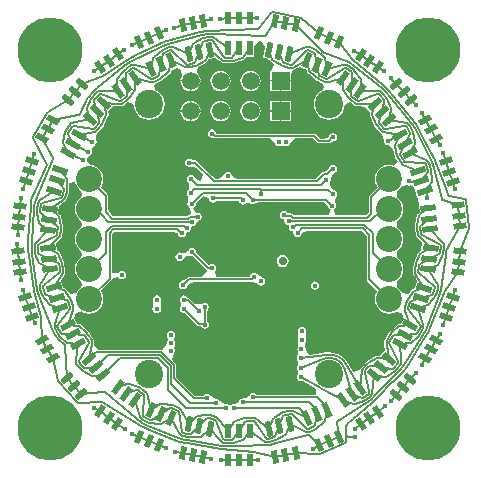
<source format=gbl>
G04*
G04 #@! TF.GenerationSoftware,Altium Limited,Altium Designer,20.0.9 (164)*
G04*
G04 Layer_Physical_Order=4*
G04 Layer_Color=16711680*
%FSLAX25Y25*%
%MOIN*%
G70*
G01*
G75*
%ADD12C,0.00787*%
%ADD52C,0.00591*%
%ADD55R,0.05906X0.05906*%
%ADD56C,0.05906*%
%ADD57C,0.09449*%
%ADD58C,0.08661*%
%ADD59C,0.01772*%
%ADD60C,0.21654*%
%ADD61C,0.01968*%
%ADD62C,0.02362*%
%ADD63C,0.02756*%
%ADD64C,0.02598*%
G04:AMPARAMS|DCode=65|XSize=43.31mil|YSize=19.68mil|CornerRadius=0mil|HoleSize=0mil|Usage=FLASHONLY|Rotation=198.000|XOffset=0mil|YOffset=0mil|HoleType=Round|Shape=Rectangle|*
%AMROTATEDRECTD65*
4,1,4,0.01755,0.01605,0.02364,-0.00267,-0.01755,-0.01605,-0.02364,0.00267,0.01755,0.01605,0.0*
%
%ADD65ROTATEDRECTD65*%

G04:AMPARAMS|DCode=66|XSize=51.18mil|YSize=19.68mil|CornerRadius=0mil|HoleSize=0mil|Usage=FLASHONLY|Rotation=198.000|XOffset=0mil|YOffset=0mil|HoleType=Round|Shape=Rectangle|*
%AMROTATEDRECTD66*
4,1,4,0.02130,0.01727,0.02738,-0.00145,-0.02130,-0.01727,-0.02738,0.00145,0.02130,0.01727,0.0*
%
%ADD66ROTATEDRECTD66*%

G04:AMPARAMS|DCode=67|XSize=51.18mil|YSize=19.68mil|CornerRadius=0mil|HoleSize=0mil|Usage=FLASHONLY|Rotation=210.000|XOffset=0mil|YOffset=0mil|HoleType=Round|Shape=Rectangle|*
%AMROTATEDRECTD67*
4,1,4,0.01724,0.02132,0.02708,0.00427,-0.01724,-0.02132,-0.02708,-0.00427,0.01724,0.02132,0.0*
%
%ADD67ROTATEDRECTD67*%

G04:AMPARAMS|DCode=68|XSize=43.31mil|YSize=19.68mil|CornerRadius=0mil|HoleSize=0mil|Usage=FLASHONLY|Rotation=210.000|XOffset=0mil|YOffset=0mil|HoleType=Round|Shape=Rectangle|*
%AMROTATEDRECTD68*
4,1,4,0.01383,0.01935,0.02367,0.00230,-0.01383,-0.01935,-0.02367,-0.00230,0.01383,0.01935,0.0*
%
%ADD68ROTATEDRECTD68*%

G04:AMPARAMS|DCode=69|XSize=43.31mil|YSize=19.68mil|CornerRadius=0mil|HoleSize=0mil|Usage=FLASHONLY|Rotation=222.000|XOffset=0mil|YOffset=0mil|HoleType=Round|Shape=Rectangle|*
%AMROTATEDRECTD69*
4,1,4,0.00951,0.02180,0.02268,0.00718,-0.00951,-0.02180,-0.02268,-0.00718,0.00951,0.02180,0.0*
%
%ADD69ROTATEDRECTD69*%

G04:AMPARAMS|DCode=70|XSize=51.18mil|YSize=19.68mil|CornerRadius=0mil|HoleSize=0mil|Usage=FLASHONLY|Rotation=222.000|XOffset=0mil|YOffset=0mil|HoleType=Round|Shape=Rectangle|*
%AMROTATEDRECTD70*
4,1,4,0.01243,0.02444,0.02560,0.00981,-0.01243,-0.02444,-0.02560,-0.00981,0.01243,0.02444,0.0*
%
%ADD70ROTATEDRECTD70*%

G04:AMPARAMS|DCode=71|XSize=51.18mil|YSize=19.68mil|CornerRadius=0mil|HoleSize=0mil|Usage=FLASHONLY|Rotation=234.000|XOffset=0mil|YOffset=0mil|HoleType=Round|Shape=Rectangle|*
%AMROTATEDRECTD71*
4,1,4,0.00708,0.02649,0.02300,0.01492,-0.00708,-0.02649,-0.02300,-0.01492,0.00708,0.02649,0.0*
%
%ADD71ROTATEDRECTD71*%

G04:AMPARAMS|DCode=72|XSize=43.31mil|YSize=19.68mil|CornerRadius=0mil|HoleSize=0mil|Usage=FLASHONLY|Rotation=234.000|XOffset=0mil|YOffset=0mil|HoleType=Round|Shape=Rectangle|*
%AMROTATEDRECTD72*
4,1,4,0.00477,0.02330,0.02069,0.01173,-0.00477,-0.02330,-0.02069,-0.01173,0.00477,0.02330,0.0*
%
%ADD72ROTATEDRECTD72*%

G04:AMPARAMS|DCode=73|XSize=43.31mil|YSize=19.68mil|CornerRadius=0mil|HoleSize=0mil|Usage=FLASHONLY|Rotation=246.000|XOffset=0mil|YOffset=0mil|HoleType=Round|Shape=Rectangle|*
%AMROTATEDRECTD73*
4,1,4,-0.00018,0.02378,0.01780,0.01578,0.00018,-0.02378,-0.01780,-0.01578,-0.00018,0.02378,0.0*
%
%ADD73ROTATEDRECTD73*%

G04:AMPARAMS|DCode=74|XSize=51.18mil|YSize=19.68mil|CornerRadius=0mil|HoleSize=0mil|Usage=FLASHONLY|Rotation=246.000|XOffset=0mil|YOffset=0mil|HoleType=Round|Shape=Rectangle|*
%AMROTATEDRECTD74*
4,1,4,0.00142,0.02738,0.01940,0.01938,-0.00142,-0.02738,-0.01940,-0.01938,0.00142,0.02738,0.0*
%
%ADD74ROTATEDRECTD74*%

G04:AMPARAMS|DCode=75|XSize=51.18mil|YSize=19.68mil|CornerRadius=0mil|HoleSize=0mil|Usage=FLASHONLY|Rotation=258.000|XOffset=0mil|YOffset=0mil|HoleType=Round|Shape=Rectangle|*
%AMROTATEDRECTD75*
4,1,4,-0.00431,0.02708,0.01495,0.02298,0.00431,-0.02708,-0.01495,-0.02298,-0.00431,0.02708,0.0*
%
%ADD75ROTATEDRECTD75*%

G04:AMPARAMS|DCode=76|XSize=43.31mil|YSize=19.68mil|CornerRadius=0mil|HoleSize=0mil|Usage=FLASHONLY|Rotation=258.000|XOffset=0mil|YOffset=0mil|HoleType=Round|Shape=Rectangle|*
%AMROTATEDRECTD76*
4,1,4,-0.00513,0.02323,0.01413,0.01913,0.00513,-0.02323,-0.01413,-0.01913,-0.00513,0.02323,0.0*
%
%ADD76ROTATEDRECTD76*%

G04:AMPARAMS|DCode=77|XSize=43.31mil|YSize=19.68mil|CornerRadius=0mil|HoleSize=0mil|Usage=FLASHONLY|Rotation=126.000|XOffset=0mil|YOffset=0mil|HoleType=Round|Shape=Rectangle|*
%AMROTATEDRECTD77*
4,1,4,0.02069,-0.01173,0.00477,-0.02330,-0.02069,0.01173,-0.00477,0.02330,0.02069,-0.01173,0.0*
%
%ADD77ROTATEDRECTD77*%

G04:AMPARAMS|DCode=78|XSize=51.18mil|YSize=19.68mil|CornerRadius=0mil|HoleSize=0mil|Usage=FLASHONLY|Rotation=126.000|XOffset=0mil|YOffset=0mil|HoleType=Round|Shape=Rectangle|*
%AMROTATEDRECTD78*
4,1,4,0.02300,-0.01492,0.00708,-0.02649,-0.02300,0.01492,-0.00708,0.02649,0.02300,-0.01492,0.0*
%
%ADD78ROTATEDRECTD78*%

G04:AMPARAMS|DCode=79|XSize=51.18mil|YSize=19.68mil|CornerRadius=0mil|HoleSize=0mil|Usage=FLASHONLY|Rotation=138.000|XOffset=0mil|YOffset=0mil|HoleType=Round|Shape=Rectangle|*
%AMROTATEDRECTD79*
4,1,4,0.02560,-0.00981,0.01243,-0.02444,-0.02560,0.00981,-0.01243,0.02444,0.02560,-0.00981,0.0*
%
%ADD79ROTATEDRECTD79*%

G04:AMPARAMS|DCode=80|XSize=43.31mil|YSize=19.68mil|CornerRadius=0mil|HoleSize=0mil|Usage=FLASHONLY|Rotation=138.000|XOffset=0mil|YOffset=0mil|HoleType=Round|Shape=Rectangle|*
%AMROTATEDRECTD80*
4,1,4,0.02268,-0.00718,0.00951,-0.02180,-0.02268,0.00718,-0.00951,0.02180,0.02268,-0.00718,0.0*
%
%ADD80ROTATEDRECTD80*%

G04:AMPARAMS|DCode=81|XSize=43.31mil|YSize=19.68mil|CornerRadius=0mil|HoleSize=0mil|Usage=FLASHONLY|Rotation=150.000|XOffset=0mil|YOffset=0mil|HoleType=Round|Shape=Rectangle|*
%AMROTATEDRECTD81*
4,1,4,0.02367,-0.00230,0.01383,-0.01935,-0.02367,0.00230,-0.01383,0.01935,0.02367,-0.00230,0.0*
%
%ADD81ROTATEDRECTD81*%

G04:AMPARAMS|DCode=82|XSize=51.18mil|YSize=19.68mil|CornerRadius=0mil|HoleSize=0mil|Usage=FLASHONLY|Rotation=150.000|XOffset=0mil|YOffset=0mil|HoleType=Round|Shape=Rectangle|*
%AMROTATEDRECTD82*
4,1,4,0.02708,-0.00427,0.01724,-0.02132,-0.02708,0.00427,-0.01724,0.02132,0.02708,-0.00427,0.0*
%
%ADD82ROTATEDRECTD82*%

G04:AMPARAMS|DCode=83|XSize=51.18mil|YSize=19.68mil|CornerRadius=0mil|HoleSize=0mil|Usage=FLASHONLY|Rotation=162.000|XOffset=0mil|YOffset=0mil|HoleType=Round|Shape=Rectangle|*
%AMROTATEDRECTD83*
4,1,4,0.02738,0.00145,0.02130,-0.01727,-0.02738,-0.00145,-0.02130,0.01727,0.02738,0.00145,0.0*
%
%ADD83ROTATEDRECTD83*%

G04:AMPARAMS|DCode=84|XSize=43.31mil|YSize=19.68mil|CornerRadius=0mil|HoleSize=0mil|Usage=FLASHONLY|Rotation=162.000|XOffset=0mil|YOffset=0mil|HoleType=Round|Shape=Rectangle|*
%AMROTATEDRECTD84*
4,1,4,0.02364,0.00267,0.01755,-0.01605,-0.02364,-0.00267,-0.01755,0.01605,0.02364,0.00267,0.0*
%
%ADD84ROTATEDRECTD84*%

G04:AMPARAMS|DCode=85|XSize=43.31mil|YSize=19.68mil|CornerRadius=0mil|HoleSize=0mil|Usage=FLASHONLY|Rotation=174.000|XOffset=0mil|YOffset=0mil|HoleType=Round|Shape=Rectangle|*
%AMROTATEDRECTD85*
4,1,4,0.02256,0.00753,0.02051,-0.01205,-0.02256,-0.00753,-0.02051,0.01205,0.02256,0.00753,0.0*
%
%ADD85ROTATEDRECTD85*%

G04:AMPARAMS|DCode=86|XSize=51.18mil|YSize=19.68mil|CornerRadius=0mil|HoleSize=0mil|Usage=FLASHONLY|Rotation=174.000|XOffset=0mil|YOffset=0mil|HoleType=Round|Shape=Rectangle|*
%AMROTATEDRECTD86*
4,1,4,0.02648,0.00711,0.02442,-0.01246,-0.02648,-0.00711,-0.02442,0.01246,0.02648,0.00711,0.0*
%
%ADD86ROTATEDRECTD86*%

G04:AMPARAMS|DCode=87|XSize=51.18mil|YSize=19.68mil|CornerRadius=0mil|HoleSize=0mil|Usage=FLASHONLY|Rotation=186.000|XOffset=0mil|YOffset=0mil|HoleType=Round|Shape=Rectangle|*
%AMROTATEDRECTD87*
4,1,4,0.02442,0.01246,0.02648,-0.00711,-0.02442,-0.01246,-0.02648,0.00711,0.02442,0.01246,0.0*
%
%ADD87ROTATEDRECTD87*%

G04:AMPARAMS|DCode=88|XSize=43.31mil|YSize=19.68mil|CornerRadius=0mil|HoleSize=0mil|Usage=FLASHONLY|Rotation=186.000|XOffset=0mil|YOffset=0mil|HoleType=Round|Shape=Rectangle|*
%AMROTATEDRECTD88*
4,1,4,0.02051,0.01205,0.02256,-0.00753,-0.02051,-0.01205,-0.02256,0.00753,0.02051,0.01205,0.0*
%
%ADD88ROTATEDRECTD88*%

%ADD89R,0.01968X0.05118*%
%ADD90R,0.01968X0.04331*%
G04:AMPARAMS|DCode=91|XSize=43.31mil|YSize=19.68mil|CornerRadius=0mil|HoleSize=0mil|Usage=FLASHONLY|Rotation=102.000|XOffset=0mil|YOffset=0mil|HoleType=Round|Shape=Rectangle|*
%AMROTATEDRECTD91*
4,1,4,0.01413,-0.01913,-0.00513,-0.02323,-0.01413,0.01913,0.00513,0.02323,0.01413,-0.01913,0.0*
%
%ADD91ROTATEDRECTD91*%

G04:AMPARAMS|DCode=92|XSize=51.18mil|YSize=19.68mil|CornerRadius=0mil|HoleSize=0mil|Usage=FLASHONLY|Rotation=102.000|XOffset=0mil|YOffset=0mil|HoleType=Round|Shape=Rectangle|*
%AMROTATEDRECTD92*
4,1,4,0.01495,-0.02298,-0.00431,-0.02708,-0.01495,0.02298,0.00431,0.02708,0.01495,-0.02298,0.0*
%
%ADD92ROTATEDRECTD92*%

G04:AMPARAMS|DCode=93|XSize=51.18mil|YSize=19.68mil|CornerRadius=0mil|HoleSize=0mil|Usage=FLASHONLY|Rotation=114.000|XOffset=0mil|YOffset=0mil|HoleType=Round|Shape=Rectangle|*
%AMROTATEDRECTD93*
4,1,4,0.01940,-0.01938,0.00142,-0.02738,-0.01940,0.01938,-0.00142,0.02738,0.01940,-0.01938,0.0*
%
%ADD93ROTATEDRECTD93*%

G04:AMPARAMS|DCode=94|XSize=43.31mil|YSize=19.68mil|CornerRadius=0mil|HoleSize=0mil|Usage=FLASHONLY|Rotation=114.000|XOffset=0mil|YOffset=0mil|HoleType=Round|Shape=Rectangle|*
%AMROTATEDRECTD94*
4,1,4,0.01780,-0.01578,-0.00018,-0.02378,-0.01780,0.01578,0.00018,0.02378,0.01780,-0.01578,0.0*
%
%ADD94ROTATEDRECTD94*%

G36*
X7337Y66087D02*
X8693Y64259D01*
X7897Y60516D01*
X8844Y60315D01*
X10487Y59528D01*
X10487Y59528D01*
X10559Y59421D01*
X10559Y59421D01*
X10628Y59312D01*
X10640Y59299D01*
X10641Y59298D01*
X10990Y58949D01*
X11655Y58140D01*
X10787Y56171D01*
X10471D01*
Y53019D01*
X13823D01*
X17176D01*
Y54817D01*
X17447Y55404D01*
X17481Y55467D01*
X18058Y56365D01*
X18243Y56621D01*
X18654Y56826D01*
X20326Y57542D01*
X20326Y57542D01*
X20326D01*
X22593Y56533D01*
X22696Y55901D01*
X22725Y55825D01*
X22741Y55744D01*
X22773Y55696D01*
X22794Y55642D01*
X22849Y55582D01*
X22895Y55515D01*
X23189Y55220D01*
X23212Y55205D01*
X23228Y55184D01*
X26055Y52752D01*
X26145Y52701D01*
X26229Y52642D01*
X28023Y51843D01*
X28212Y50896D01*
X28139Y50188D01*
X28058Y49760D01*
X27447Y49508D01*
X26377Y48686D01*
X25555Y47616D01*
X25039Y46369D01*
X24863Y45031D01*
X25039Y43694D01*
X25555Y42447D01*
X26377Y41377D01*
X27447Y40555D01*
X28694Y40039D01*
X30031Y39863D01*
X31369Y40039D01*
X32616Y40555D01*
X33686Y41377D01*
X34508Y42447D01*
X35024Y43694D01*
X35168Y44785D01*
X36043Y45406D01*
X37096Y45712D01*
X38700Y44547D01*
X38776Y44512D01*
X38845Y44465D01*
X38900Y44454D01*
X38951Y44431D01*
X39035Y44428D01*
X39117Y44411D01*
X40088D01*
X42021Y44241D01*
X43672Y42407D01*
X43577Y42048D01*
X43571Y41956D01*
X43553Y41866D01*
Y41311D01*
X43555Y41299D01*
X43553Y41288D01*
X43582Y41164D01*
X43607Y41040D01*
X43614Y41030D01*
X43616Y41018D01*
X44997Y37975D01*
X45060Y37887D01*
X45115Y37793D01*
X46623Y36119D01*
X46638Y36107D01*
X46649Y36092D01*
X47400Y35340D01*
X47614Y35080D01*
X48014Y34110D01*
X48224Y33028D01*
X48193Y32874D01*
X48301Y32333D01*
X48607Y31875D01*
X49066Y31569D01*
X49606Y31461D01*
X50466Y31198D01*
X51442Y30066D01*
X52022Y27482D01*
X52077Y27358D01*
X52131Y27233D01*
X52611Y26542D01*
X52633Y26503D01*
X52823Y26126D01*
X51395Y24587D01*
X51266Y24640D01*
X50032Y24803D01*
X48796Y24640D01*
X47646Y24164D01*
X46657Y23405D01*
X45899Y22417D01*
X45423Y21267D01*
X45260Y20031D01*
X45423Y18797D01*
X45899Y17646D01*
X46154Y17314D01*
X43428Y14588D01*
X43252Y14325D01*
X43191Y14016D01*
X43191Y14016D01*
Y8851D01*
X42352Y8012D01*
X31943D01*
X31576Y9947D01*
X32035Y10253D01*
X32035Y10253D01*
X32341Y10711D01*
Y10711D01*
X32448Y11252D01*
X32341Y11793D01*
Y11793D01*
X32341Y11793D01*
X32284Y11878D01*
X32084Y12648D01*
X32248Y13960D01*
X32370Y14215D01*
X32565Y14507D01*
Y14507D01*
X32673Y15048D01*
X32565Y15589D01*
Y15589D01*
X32565Y15589D01*
X32259Y16047D01*
X32259Y16047D01*
X31800Y16353D01*
X31260Y16461D01*
X31260Y16461D01*
X30263Y18076D01*
X30238Y18760D01*
X30250Y18854D01*
X30315Y19234D01*
X30408Y19373D01*
X30515Y19913D01*
X30481Y20088D01*
X30849Y20997D01*
X31692Y22037D01*
X31773Y22053D01*
X32231Y22359D01*
X32538Y22817D01*
X32645Y23358D01*
X32538Y23899D01*
X32231Y24357D01*
X31773Y24664D01*
X31232Y24771D01*
X30692Y24664D01*
X30233Y24357D01*
X29927Y23899D01*
X29819Y23358D01*
X28222Y22474D01*
X28056Y22441D01*
X27793Y22265D01*
X27793Y22265D01*
X25621Y20093D01*
X-633D01*
X-2426Y21063D01*
X-2533Y21604D01*
X-2533Y21604D01*
X-2839Y22062D01*
X-2839Y22062D01*
X-2840Y22062D01*
X-3298Y22368D01*
X-3298Y22368D01*
X-3839Y22476D01*
X-4379Y22368D01*
X-4379Y22368D01*
X-4838Y22062D01*
Y22062D01*
X-5144Y21604D01*
X-5144Y21604D01*
X-5252Y21063D01*
X-7044Y20093D01*
X-7677Y20093D01*
X-9189Y21194D01*
X-9189D01*
X-9189Y21194D01*
X-9189D01*
X-12389Y24395D01*
X-13835Y25840D01*
X-13835D01*
X-13835Y25840D01*
X-13835Y25840D01*
X-13835Y25840D01*
X-14157Y26163D01*
X-14420Y26338D01*
X-14730Y26400D01*
X-14874Y26400D01*
X-15068D01*
X-16093Y26896D01*
X-16634Y27003D01*
X-16634Y27003D01*
X-16800Y26970D01*
X-17175Y26896D01*
X-17175Y26896D01*
X-17633Y26590D01*
X-17939Y26131D01*
Y26131D01*
X-18047Y25591D01*
X-17939Y25050D01*
X-17939Y25050D01*
X-17633Y24591D01*
X-17633Y24591D01*
X-17175Y24285D01*
X-16634Y24178D01*
X-15936Y24212D01*
X-15034Y24256D01*
X-15034Y24256D01*
X-15034Y24256D01*
Y24256D01*
X-13911Y23628D01*
X-11929Y21645D01*
X-12570Y19503D01*
X-12846Y19446D01*
X-13139Y19569D01*
X-14695Y20557D01*
X-15001Y21015D01*
X-15001D01*
X-15459Y21321D01*
X-15459Y21321D01*
X-15459D01*
X-16000Y21429D01*
X-16541Y21321D01*
X-16541D01*
X-16999Y21015D01*
X-16999Y21015D01*
X-17305Y20557D01*
X-17413Y20016D01*
X-17413Y20016D01*
X-17305Y19475D01*
Y19475D01*
X-16999Y19017D01*
X-16643Y18779D01*
X-16545Y18049D01*
X-16548Y17457D01*
X-16649Y16725D01*
X-17011Y16483D01*
X-17011Y16483D01*
X-17317Y16025D01*
X-17317Y16025D01*
Y16025D01*
X-17425Y15484D01*
X-17317Y14944D01*
Y14943D01*
X-17201Y14770D01*
X-16998Y14381D01*
X-16858Y13212D01*
X-17120Y12383D01*
X-17228Y11842D01*
X-17120Y11302D01*
X-16814Y10843D01*
X-16356Y10537D01*
X-16185Y8502D01*
X-16295Y8313D01*
X-16295Y8313D01*
X-16604Y8252D01*
X-16867Y8076D01*
X-16867Y8076D01*
X-17222Y7721D01*
X-42100D01*
X-42813Y8434D01*
X-43691Y10039D01*
D01*
Y14516D01*
X-43752Y14825D01*
X-43928Y15088D01*
X-46118Y17278D01*
X-45836Y17646D01*
X-45360Y18797D01*
X-45197Y20031D01*
X-45360Y21267D01*
X-45836Y22417D01*
X-46595Y23405D01*
X-47583Y24164D01*
X-48734Y24640D01*
X-49212Y24703D01*
X-49496Y24882D01*
X-50630Y26144D01*
X-50738Y26362D01*
X-50609Y27125D01*
X-49951Y27927D01*
X-49493Y28233D01*
X-49187Y28692D01*
X-49079Y29232D01*
X-49003Y30090D01*
X-48422Y31096D01*
X-48072Y31378D01*
X-47918Y31481D01*
X-47612Y31940D01*
X-47504Y32480D01*
X-47612Y33021D01*
X-47718Y33180D01*
X-47738Y34113D01*
X-47380Y35368D01*
X-46583Y36165D01*
X-46573Y36181D01*
X-46558Y36192D01*
X-45050Y37867D01*
X-44994Y37960D01*
X-44931Y38048D01*
X-43550Y41092D01*
X-43548Y41103D01*
X-43541Y41113D01*
X-43516Y41238D01*
X-43488Y41361D01*
X-43489Y41373D01*
X-43487Y41385D01*
Y41939D01*
X-43505Y42030D01*
X-43511Y42122D01*
X-43606Y42481D01*
X-41955Y44314D01*
X-40002Y44443D01*
X-39074D01*
X-38992Y44459D01*
X-38908Y44462D01*
X-38857Y44486D01*
X-38802Y44497D01*
X-38733Y44543D01*
X-38657Y44578D01*
X-37026Y45763D01*
X-36079Y45504D01*
X-35111Y44831D01*
X-34961Y43694D01*
X-34445Y42447D01*
X-33623Y41377D01*
X-32553Y40555D01*
X-31306Y40039D01*
X-29969Y39863D01*
X-28631Y40039D01*
X-27384Y40555D01*
X-26314Y41377D01*
X-25492Y42447D01*
X-24976Y43694D01*
X-24800Y45031D01*
X-24976Y46369D01*
X-25492Y47616D01*
X-26314Y48686D01*
X-27384Y49508D01*
X-28035Y49777D01*
X-28178Y50601D01*
X-28198Y50952D01*
X-28024Y51843D01*
X-26177Y52665D01*
X-26092Y52724D01*
X-26003Y52775D01*
X-23176Y55207D01*
X-23159Y55228D01*
X-23137Y55243D01*
X-22842Y55538D01*
X-22797Y55606D01*
X-22741Y55665D01*
X-22721Y55720D01*
X-22689Y55768D01*
X-22673Y55848D01*
X-22644Y55924D01*
X-22605Y56161D01*
X-20798Y57092D01*
X-19504Y56559D01*
X-19008Y54636D01*
X-19105Y54509D01*
X-19443Y53694D01*
X-19532Y53019D01*
X-16177D01*
X-12821D01*
X-12910Y53694D01*
X-13248Y54509D01*
X-13785Y55210D01*
X-13797Y55219D01*
X-13808Y55253D01*
X-13878Y55623D01*
X-13657Y57321D01*
X-13598Y57432D01*
X-11104Y58842D01*
X-11032Y58904D01*
X-10952Y58957D01*
X-10603Y59307D01*
X-10597Y59315D01*
X-10589Y59320D01*
X-10520Y59429D01*
X-10449Y59537D01*
X-10447Y59546D01*
X-10442Y59554D01*
X-10266Y60013D01*
X-7859Y60525D01*
X-7859Y60525D01*
Y60524D01*
X-6315Y59500D01*
X-5661Y58991D01*
X-5576Y58948D01*
X-5497Y58895D01*
X-5454Y58887D01*
X-5414Y58867D01*
X-5319Y58860D01*
X-5226Y58842D01*
X-1861D01*
X-1755Y58863D01*
X-1647Y58874D01*
X8Y59398D01*
X1486Y59865D01*
X1513Y59880D01*
X1543Y59886D01*
X1616Y59930D01*
X1728Y59998D01*
X1774Y60040D01*
X2179Y60445D01*
X2181Y60447D01*
X2220Y60506D01*
X2273Y60560D01*
X2454Y60836D01*
X3112Y60836D01*
X4928D01*
Y64553D01*
X6521Y66116D01*
X7337Y66087D01*
D02*
G37*
G36*
X58335Y17296D02*
X58944Y15424D01*
X59430Y13926D01*
X59649Y13829D01*
X59786Y13455D01*
X59949Y11492D01*
X59949D01*
X60210Y9007D01*
X59990Y8824D01*
X59956Y8790D01*
X59940Y8779D01*
X59940Y8779D01*
X59562Y8402D01*
X59474Y8294D01*
X59434Y8219D01*
X59409Y8172D01*
X59395Y8103D01*
X59368Y8039D01*
X59061Y6497D01*
X58748Y4925D01*
X58748Y4855D01*
X58735Y4787D01*
Y3642D01*
X58742Y3605D01*
X58738Y3568D01*
X58974Y1329D01*
X59001Y1241D01*
X59017Y1150D01*
X59042Y1110D01*
X59056Y1065D01*
X59115Y994D01*
X59164Y916D01*
X59843Y198D01*
X61019Y-1283D01*
X61019D01*
X61019Y-1283D01*
X60761Y-3732D01*
X60394Y-3920D01*
X60307Y-3988D01*
X60215Y-4050D01*
X59837Y-4428D01*
X59764Y-4537D01*
X59689Y-4645D01*
X58328Y-7759D01*
X58305Y-7865D01*
X58273Y-7968D01*
X58038Y-10207D01*
X58041Y-10244D01*
X58034Y-10281D01*
Y-11426D01*
X58046Y-11488D01*
X58044Y-11550D01*
X58073Y-11622D01*
X58087Y-11698D01*
X58122Y-11750D01*
X58145Y-11808D01*
X58508Y-12376D01*
X59405Y-13973D01*
X59405D01*
Y-13973D01*
X58643Y-16319D01*
X58094Y-16467D01*
X58053Y-16488D01*
X58008Y-16497D01*
X57930Y-16548D01*
X57846Y-16590D01*
X57816Y-16625D01*
X57778Y-16650D01*
X57456Y-16972D01*
X57422Y-17023D01*
X57378Y-17065D01*
X56498Y-18314D01*
X56346Y-18348D01*
X54327Y-17977D01*
X54164Y-17583D01*
X53405Y-16594D01*
X52752Y-16093D01*
X52563Y-14968D01*
X52752Y-13844D01*
X53405Y-13342D01*
X54164Y-12354D01*
X54640Y-11203D01*
X54803Y-9968D01*
X54640Y-8733D01*
X54164Y-7583D01*
X53405Y-6594D01*
X52752Y-6093D01*
X52563Y-4969D01*
X52752Y-3844D01*
X53405Y-3342D01*
X54164Y-2354D01*
X54640Y-1204D01*
X54803Y32D01*
X54640Y1266D01*
X54164Y2417D01*
X53405Y3405D01*
X52752Y3907D01*
X52563Y5032D01*
X52752Y6156D01*
X53405Y6657D01*
X54164Y7646D01*
X54640Y8796D01*
X54803Y10031D01*
X54640Y11266D01*
X54164Y12417D01*
X53405Y13406D01*
X52752Y13907D01*
X52563Y15032D01*
X52752Y16156D01*
X53405Y16657D01*
X53894Y17295D01*
X54639Y17731D01*
X56054Y17986D01*
X56054Y17986D01*
X56595Y17878D01*
X57135Y17986D01*
X58335Y17296D01*
D02*
G37*
G36*
X-10997Y14099D02*
X-10141Y13614D01*
X-10034Y13073D01*
X-10034Y13073D01*
X-9727Y12615D01*
X-9269Y12309D01*
X-9269Y12309D01*
X-8728Y12201D01*
X-8728Y12201D01*
X-8188Y12309D01*
X-7881Y12514D01*
X-7729Y12615D01*
X-7729Y12615D01*
Y12615D01*
X-7602Y12805D01*
X2D01*
X72Y12451D01*
X379Y11993D01*
X837Y11687D01*
X1378Y11579D01*
X1919Y11687D01*
X2377Y11993D01*
X3354Y12176D01*
X4011Y11907D01*
X4551Y11800D01*
X5092Y11907D01*
X5427Y12131D01*
X7282Y12403D01*
Y12403D01*
X28099D01*
X29622Y11252D01*
X29646Y11135D01*
X29730Y10711D01*
X30036Y10253D01*
X30495Y9947D01*
X30495Y9947D01*
X30128Y8012D01*
X18164D01*
X17809Y8367D01*
X17547Y8543D01*
X17237Y8604D01*
X17237Y8604D01*
X16273D01*
X15999Y9015D01*
X15541Y9321D01*
X15000Y9429D01*
X14459Y9321D01*
X14001Y9015D01*
X13695Y8557D01*
X13587Y8016D01*
X13695Y7475D01*
X14001Y7017D01*
X14459Y6710D01*
X15001Y6597D01*
X15087Y6016D01*
X15195Y5475D01*
X15501Y5017D01*
X15959Y4710D01*
X16501Y4597D01*
X16587Y4016D01*
X16695Y3475D01*
X17001Y3017D01*
X17459Y2710D01*
X18001Y2597D01*
X18087Y2016D01*
X18195Y1475D01*
X18195Y1475D01*
X18501Y1017D01*
X18501Y1017D01*
X18959Y710D01*
X18959D01*
X19500Y603D01*
X19500Y603D01*
X20041Y710D01*
X20041D01*
X20041Y710D01*
X20499Y1017D01*
X20499D01*
X20805Y1475D01*
X20805Y1475D01*
X20913Y2016D01*
X20913Y2016D01*
X22660Y2832D01*
X40860D01*
X42503Y1189D01*
Y-4406D01*
X42503Y-4406D01*
X42503D01*
Y-13297D01*
X42503Y-13297D01*
X42565Y-13607D01*
X42740Y-13869D01*
X46140Y-17269D01*
X45899Y-17583D01*
X45423Y-18733D01*
X45260Y-19969D01*
X45423Y-21204D01*
X45899Y-22354D01*
X46657Y-23343D01*
X47646Y-24101D01*
X48796Y-24577D01*
X50032Y-24740D01*
X51266Y-24577D01*
X52417Y-24101D01*
X54288Y-24652D01*
X54323Y-24704D01*
X54947Y-26454D01*
X53959Y-28165D01*
X53252Y-28210D01*
X53148Y-28238D01*
X53042Y-28256D01*
X53015Y-28273D01*
X52985Y-28281D01*
X52899Y-28347D01*
X52808Y-28404D01*
X50626Y-30482D01*
X50621Y-30489D01*
X50614Y-30494D01*
X49765Y-31343D01*
X49714Y-31420D01*
X49653Y-31490D01*
X48529Y-33435D01*
X48514Y-33479D01*
X48488Y-33518D01*
X48470Y-33609D01*
X48441Y-33697D01*
X48444Y-33744D01*
X48434Y-33790D01*
Y-35084D01*
X48549Y-36960D01*
X46885Y-38808D01*
X46581Y-38762D01*
X46527Y-38764D01*
X46475Y-38754D01*
X45920D01*
X45871Y-38763D01*
X45820Y-38761D01*
X45736Y-38790D01*
X45649Y-38808D01*
X45607Y-38836D01*
X45559Y-38852D01*
X42778Y-40495D01*
X42711Y-40554D01*
X42637Y-40604D01*
X41840Y-41401D01*
X41830Y-41416D01*
X41815Y-41428D01*
X40307Y-43102D01*
X40258Y-43185D01*
X40199Y-43262D01*
X40188Y-43303D01*
X40166Y-43340D01*
X40152Y-43435D01*
X40127Y-43528D01*
X40114Y-43718D01*
X38107Y-44201D01*
X36304Y-41203D01*
X36292Y-41190D01*
X36133Y-40892D01*
X35220Y-39780D01*
X34108Y-38867D01*
X32840Y-38189D01*
X31463Y-37772D01*
X30031Y-37631D01*
X28986Y-37734D01*
X28955Y-37732D01*
X27757Y-37909D01*
X23602Y-38524D01*
X23083Y-38073D01*
X22200Y-36742D01*
X22212Y-36681D01*
X22212Y-36681D01*
X22211Y-36676D01*
X22184Y-36540D01*
X22106Y-36020D01*
X22114Y-35259D01*
X22203Y-34171D01*
X22294Y-33711D01*
X22311Y-33630D01*
X22311Y-33630D01*
X22203Y-33089D01*
X22198Y-32154D01*
X22203Y-31218D01*
X22311Y-30677D01*
X22311Y-30677D01*
X22311Y-30677D01*
X22304Y-30642D01*
X22203Y-30136D01*
X21897Y-29678D01*
X21897D01*
X21438Y-29372D01*
X21438Y-29372D01*
X20898Y-29264D01*
X20357Y-29372D01*
X20357Y-29372D01*
X19898Y-29678D01*
X19898D01*
X19592Y-30136D01*
X19492Y-30642D01*
X19485Y-30677D01*
X19485Y-30677D01*
X19485Y-30677D01*
X19592Y-31218D01*
X19597Y-32154D01*
X19592Y-33089D01*
X19485Y-33630D01*
X19485Y-33630D01*
X19492Y-33665D01*
X19513Y-33771D01*
X19591Y-34292D01*
X19583Y-35052D01*
X19494Y-36140D01*
X19402Y-36600D01*
X19386Y-36681D01*
X19386Y-36681D01*
X19494Y-37222D01*
X19497Y-38093D01*
X19474Y-39118D01*
X19366Y-39659D01*
X19366Y-39659D01*
X19367Y-39663D01*
X19474Y-40200D01*
X19775Y-40740D01*
X19712Y-41754D01*
X19406Y-42213D01*
X19298Y-42754D01*
X19406Y-43295D01*
X19406Y-43295D01*
X19699Y-43853D01*
X19576Y-44799D01*
X19270Y-45257D01*
Y-45257D01*
X19162Y-45798D01*
X19162Y-45798D01*
X19270Y-46338D01*
X19576Y-46797D01*
X19576Y-46797D01*
X20034Y-47103D01*
X20575Y-47211D01*
X21116Y-47103D01*
X21116Y-47103D01*
X21116Y-47103D01*
X21153Y-47078D01*
X25801Y-49819D01*
X25650Y-51725D01*
X25536Y-51949D01*
X5917D01*
X5724Y-51658D01*
X5723Y-51658D01*
X5265Y-51352D01*
X4724Y-51244D01*
X4184Y-51352D01*
X4184Y-51352D01*
X3725Y-51658D01*
X3544Y-51930D01*
X3385Y-52139D01*
X2378Y-52813D01*
X1445Y-52968D01*
X904Y-53076D01*
X904Y-53076D01*
X445Y-53382D01*
X139Y-53841D01*
X-617Y-54563D01*
X-1542Y-54822D01*
X-2082Y-54929D01*
X-2541Y-55236D01*
X-3430Y-55300D01*
X-3888Y-54994D01*
X-4429Y-54886D01*
X-5357Y-54695D01*
X-6273Y-53987D01*
X-6580Y-53528D01*
X-7038Y-53222D01*
X-7038Y-53222D01*
X-7421Y-53146D01*
X-7579Y-53115D01*
X-7579D01*
X-8445Y-52977D01*
X-9324Y-52314D01*
X-9631Y-51855D01*
X-10089Y-51549D01*
X-10089Y-51549D01*
X-10630Y-51441D01*
X-11171Y-51549D01*
X-11629Y-51855D01*
X-11629Y-51855D01*
X-11823Y-52145D01*
X-14753D01*
X-21031Y-45868D01*
Y-41932D01*
X-21084Y-41660D01*
X-21238Y-41431D01*
X-22175Y-40494D01*
X-22209Y-39932D01*
X-21836Y-38204D01*
X-21774Y-38111D01*
Y-38111D01*
X-21529Y-37745D01*
Y-37745D01*
X-21422Y-37205D01*
X-21422Y-37205D01*
X-21521Y-36704D01*
X-21529Y-36664D01*
X-21529Y-36664D01*
X-21431Y-35088D01*
X-21323Y-34547D01*
X-21431Y-34007D01*
X-21737Y-33548D01*
X-21737Y-32987D01*
X-21431Y-32529D01*
X-21323Y-31988D01*
X-21431Y-31447D01*
X-21737Y-30989D01*
X-22196Y-30683D01*
X-22736Y-30575D01*
X-23277Y-30683D01*
X-23735Y-30989D01*
X-24042Y-31447D01*
X-24149Y-31988D01*
X-24042Y-32529D01*
X-23735Y-32987D01*
X-23735Y-33548D01*
X-24042Y-34007D01*
Y-34007D01*
X-24149Y-34547D01*
X-24259Y-35366D01*
X-25296Y-36691D01*
X-25695Y-36793D01*
X-26025Y-36820D01*
X-26171Y-36791D01*
X-46760D01*
X-48425Y-35237D01*
X-48484Y-35077D01*
X-48476Y-35011D01*
Y-33716D01*
X-48485Y-33671D01*
X-48482Y-33624D01*
X-48512Y-33536D01*
X-48530Y-33445D01*
X-48556Y-33406D01*
X-48571Y-33362D01*
X-49694Y-31417D01*
X-49756Y-31347D01*
X-49807Y-31270D01*
X-50656Y-30421D01*
X-50663Y-30416D01*
X-50668Y-30409D01*
X-52850Y-28331D01*
X-52941Y-28273D01*
X-53027Y-28208D01*
X-53057Y-28200D01*
X-53084Y-28183D01*
X-53190Y-28165D01*
X-53294Y-28137D01*
X-54001Y-28092D01*
X-55091Y-26203D01*
X-54483Y-24648D01*
X-54380Y-24478D01*
X-52395Y-24069D01*
X-52354Y-24101D01*
X-51204Y-24577D01*
X-49968Y-24740D01*
X-48734Y-24577D01*
X-47583Y-24101D01*
X-46595Y-23343D01*
X-45836Y-22354D01*
X-45360Y-21204D01*
X-45197Y-19969D01*
X-45360Y-18733D01*
X-45836Y-17583D01*
X-46104Y-17233D01*
X-42588Y-13717D01*
X-42413Y-13454D01*
X-42355Y-13165D01*
X-42351Y-13145D01*
X-40637Y-12463D01*
X-40393Y-12439D01*
X-40380Y-12450D01*
X-40075Y-12907D01*
X-40074Y-12909D01*
X-40074Y-12909D01*
X-39615Y-13215D01*
X-39075Y-13322D01*
X-38534Y-13215D01*
X-38534Y-13215D01*
X-38076Y-12909D01*
X-37769Y-12450D01*
X-37662Y-11909D01*
X-37769Y-11369D01*
X-38076Y-10910D01*
X-38534Y-10604D01*
X-38534Y-10604D01*
X-39075Y-10497D01*
X-39615Y-10604D01*
X-40074Y-10910D01*
X-40074Y-10910D01*
X-40380Y-11369D01*
X-40393Y-11380D01*
X-42351Y-11187D01*
Y-4253D01*
X-42351D01*
X-42351Y-4253D01*
Y1841D01*
X-41652Y2540D01*
X-22251D01*
X-20413Y2016D01*
X-20305Y1475D01*
X-20305Y1475D01*
X-19999Y1017D01*
X-19541Y710D01*
X-19541Y710D01*
X-19000Y603D01*
X-19000Y603D01*
X-18459Y710D01*
X-18001Y1017D01*
X-18001Y1017D01*
X-17695Y1475D01*
X-17695Y1475D01*
X-17577Y1746D01*
X-17276Y2435D01*
X-17276Y2435D01*
X-16736Y2542D01*
X-16277Y2849D01*
Y2849D01*
X-15971Y3307D01*
X-15971Y3307D01*
X-15864Y3848D01*
X-15558Y4312D01*
X-15017Y4419D01*
X-15017D01*
X-14559Y4725D01*
X-14252Y5184D01*
X-13844Y6163D01*
X-13844Y6163D01*
X-13304Y6271D01*
X-13304Y6271D01*
X-12845Y6577D01*
X-12845Y6577D01*
X-12539Y7035D01*
X-12539Y7035D01*
X-12431Y7576D01*
X-12431Y7576D01*
X-12539Y8117D01*
X-12539Y8117D01*
X-12845Y8575D01*
X-12845Y8575D01*
X-13304Y8882D01*
X-13304Y8882D01*
X-13844Y8989D01*
X-13844Y8989D01*
X-14385Y8882D01*
X-15228Y10568D01*
X-14816Y10843D01*
X-14510Y11302D01*
X-14402Y11842D01*
X-14416Y11914D01*
X-12008Y14323D01*
X-10997Y14099D01*
D02*
G37*
G36*
X-54577Y18797D02*
X-54101Y17646D01*
X-53342Y16657D01*
X-52689Y16156D01*
X-52500Y15032D01*
X-52689Y13907D01*
X-53342Y13406D01*
X-54101Y12417D01*
X-54577Y11266D01*
X-54740Y10031D01*
X-54577Y8796D01*
X-54101Y7646D01*
X-53342Y6657D01*
X-52689Y6156D01*
X-52500Y5032D01*
X-52689Y3907D01*
X-53342Y3405D01*
X-54101Y2417D01*
X-54577Y1266D01*
X-54740Y32D01*
X-54577Y-1204D01*
X-54101Y-2354D01*
X-53342Y-3342D01*
X-52689Y-3844D01*
X-52500Y-4969D01*
X-52689Y-6093D01*
X-53342Y-6594D01*
X-54101Y-7583D01*
X-54577Y-8733D01*
X-54740Y-9968D01*
X-54577Y-11203D01*
X-54101Y-12354D01*
X-53342Y-13342D01*
X-52689Y-13844D01*
X-52500Y-14968D01*
X-52689Y-16093D01*
X-53342Y-16594D01*
X-54101Y-17583D01*
X-54264Y-17976D01*
X-56284Y-18347D01*
X-56435Y-18313D01*
X-57432Y-16898D01*
X-57476Y-16856D01*
X-57510Y-16805D01*
X-57832Y-16483D01*
X-57870Y-16457D01*
X-57900Y-16423D01*
X-57984Y-16381D01*
X-58061Y-16330D01*
X-58107Y-16320D01*
X-58148Y-16300D01*
X-58697Y-16152D01*
X-59459Y-13806D01*
Y-13806D01*
X-59459D01*
X-58494Y-12237D01*
X-58159Y-11728D01*
X-58134Y-11666D01*
X-58096Y-11610D01*
X-58082Y-11539D01*
X-58055Y-11472D01*
X-58056Y-11405D01*
X-58043Y-11338D01*
Y-10193D01*
X-58050Y-10157D01*
X-58047Y-10119D01*
X-58282Y-7880D01*
X-58314Y-7777D01*
X-58337Y-7671D01*
X-59698Y-4557D01*
X-59773Y-4449D01*
X-59846Y-4340D01*
X-60224Y-3962D01*
X-60316Y-3900D01*
X-60403Y-3832D01*
X-60770Y-3644D01*
X-61026Y-1209D01*
X-60186Y-414D01*
X-60180Y-405D01*
X-60172Y-400D01*
X-59214Y558D01*
X-59157Y643D01*
X-59092Y721D01*
X-59081Y757D01*
X-59060Y788D01*
X-59040Y888D01*
X-59010Y985D01*
X-58775Y3224D01*
X-58778Y3261D01*
X-58771Y3298D01*
Y4443D01*
X-58785Y4512D01*
X-58785Y4582D01*
X-59405Y7695D01*
X-59431Y7760D01*
X-59445Y7828D01*
X-59484Y7886D01*
X-59511Y7951D01*
X-59560Y8000D01*
X-59599Y8058D01*
X-59977Y8436D01*
X-60005Y8455D01*
X-60026Y8481D01*
X-60246Y8663D01*
X-59985Y11149D01*
X-58643Y12195D01*
X-58563Y12252D01*
X-58563Y12252D01*
X-58542Y12273D01*
X-58456Y12340D01*
X-57554Y13242D01*
X-57539Y13265D01*
X-57517Y13283D01*
X-57463Y13380D01*
X-57401Y13472D01*
X-57395Y13500D01*
X-57381Y13524D01*
X-56688Y15660D01*
X-56676Y15760D01*
X-56653Y15859D01*
X-56571Y18854D01*
X-54598Y18956D01*
X-54577Y18797D01*
D02*
G37*
%LPC*%
G36*
X17176Y52619D02*
X14023D01*
Y49466D01*
X17176D01*
Y52619D01*
D02*
G37*
G36*
X13623D02*
X10471D01*
Y49466D01*
X13623D01*
Y52619D01*
D02*
G37*
G36*
X-12821D02*
X-15977D01*
Y49463D01*
X-15302Y49552D01*
X-14486Y49890D01*
X-13785Y50427D01*
X-13248Y51128D01*
X-12910Y51943D01*
X-12821Y52619D01*
D02*
G37*
G36*
X-16377D02*
X-19532D01*
X-19443Y51943D01*
X-19105Y51128D01*
X-18568Y50427D01*
X-17867Y49890D01*
X-17052Y49552D01*
X-16377Y49463D01*
Y52619D01*
D02*
G37*
G36*
X3823Y56200D02*
X2948Y56085D01*
X2132Y55747D01*
X1432Y55210D01*
X895Y54509D01*
X557Y53694D01*
X442Y52819D01*
X557Y51943D01*
X895Y51128D01*
X1432Y50427D01*
X2132Y49890D01*
X2948Y49552D01*
X3823Y49437D01*
X4699Y49552D01*
X5514Y49890D01*
X6214Y50427D01*
X6752Y51128D01*
X7090Y51943D01*
X7205Y52819D01*
X7090Y53694D01*
X6752Y54509D01*
X6214Y55210D01*
X5514Y55747D01*
X4699Y56085D01*
X3823Y56200D01*
D02*
G37*
G36*
X-6177D02*
X-7052Y56085D01*
X-7868Y55747D01*
X-8568Y55210D01*
X-9105Y54509D01*
X-9443Y53694D01*
X-9558Y52819D01*
X-9443Y51943D01*
X-9105Y51128D01*
X-8568Y50427D01*
X-7868Y49890D01*
X-7052Y49552D01*
X-6177Y49437D01*
X-5301Y49552D01*
X-4486Y49890D01*
X-3785Y50427D01*
X-3248Y51128D01*
X-2910Y51943D01*
X-2795Y52819D01*
X-2910Y53694D01*
X-3248Y54509D01*
X-3785Y55210D01*
X-4486Y55747D01*
X-5301Y56085D01*
X-6177Y56200D01*
D02*
G37*
G36*
X-15977Y46134D02*
Y42979D01*
X-12821D01*
X-12910Y43654D01*
X-13248Y44470D01*
X-13785Y45170D01*
X-14486Y45708D01*
X-15301Y46046D01*
X-15977Y46134D01*
D02*
G37*
G36*
X17176Y46132D02*
X14023D01*
Y42979D01*
X17176D01*
Y46132D01*
D02*
G37*
G36*
X13623D02*
X10471D01*
Y42979D01*
X13623D01*
Y46132D01*
D02*
G37*
G36*
X-16377Y46134D02*
X-17052Y46046D01*
X-17867Y45708D01*
X-18568Y45170D01*
X-19105Y44470D01*
X-19443Y43654D01*
X-19532Y42979D01*
X-16377D01*
Y46134D01*
D02*
G37*
G36*
X17176Y42579D02*
X14023D01*
Y39426D01*
X17176D01*
Y42579D01*
D02*
G37*
G36*
X13623D02*
X10471D01*
Y39426D01*
X13623D01*
Y42579D01*
D02*
G37*
G36*
X-12821D02*
X-15977D01*
Y39424D01*
X-15301Y39513D01*
X-14486Y39851D01*
X-13785Y40388D01*
X-13248Y41088D01*
X-12910Y41904D01*
X-12821Y42579D01*
D02*
G37*
G36*
X-16377D02*
X-19532D01*
X-19443Y41904D01*
X-19105Y41088D01*
X-18568Y40388D01*
X-17867Y39851D01*
X-17052Y39513D01*
X-16377Y39424D01*
Y42579D01*
D02*
G37*
G36*
X3823Y46161D02*
X2948Y46046D01*
X2132Y45708D01*
X1432Y45170D01*
X895Y44470D01*
X557Y43654D01*
X442Y42779D01*
X557Y41904D01*
X895Y41088D01*
X1432Y40388D01*
X2132Y39851D01*
X2948Y39513D01*
X3823Y39397D01*
X4699Y39513D01*
X5514Y39851D01*
X6214Y40388D01*
X6752Y41088D01*
X7090Y41904D01*
X7205Y42779D01*
X7090Y43654D01*
X6752Y44470D01*
X6214Y45170D01*
X5514Y45708D01*
X4699Y46046D01*
X3823Y46161D01*
D02*
G37*
G36*
X-6177D02*
X-7052Y46046D01*
X-7868Y45708D01*
X-8568Y45170D01*
X-9105Y44470D01*
X-9443Y43654D01*
X-9558Y42779D01*
X-9443Y41904D01*
X-9105Y41088D01*
X-8568Y40388D01*
X-7868Y39851D01*
X-7052Y39513D01*
X-6177Y39397D01*
X-5301Y39513D01*
X-4486Y39851D01*
X-3785Y40388D01*
X-3248Y41088D01*
X-2910Y41904D01*
X-2795Y42779D01*
X-2910Y43654D01*
X-3248Y44470D01*
X-3785Y45170D01*
X-4486Y45708D01*
X-5301Y46046D01*
X-6177Y46161D01*
D02*
G37*
G36*
X-9055Y36649D02*
X-9596Y36542D01*
X-10054Y36235D01*
X-10361Y35777D01*
X-10468Y35236D01*
X-10361Y34696D01*
X-10054Y34237D01*
X-9596Y33931D01*
X-9055Y33823D01*
X-8693Y33895D01*
X-8674Y33877D01*
X-8674Y33877D01*
X-8411Y33701D01*
X-8102Y33640D01*
X9284D01*
X10318Y33639D01*
X10318Y33639D01*
X10764Y33292D01*
X10767Y33290D01*
X12030Y31844D01*
Y31844D01*
X12030Y31844D01*
X12336Y31386D01*
X12795Y31080D01*
X12795Y31080D01*
X12795Y31080D01*
X13336Y30972D01*
X13336Y30972D01*
X13876Y31080D01*
X14335Y31386D01*
X14335D01*
X15138Y31108D01*
X15679Y31000D01*
X16219Y31108D01*
X16678Y31414D01*
X16984Y31873D01*
X18250Y33290D01*
X18713Y33639D01*
X24763D01*
X26234Y32169D01*
X26234Y32169D01*
X26497Y31993D01*
X26806Y31932D01*
X26806Y31932D01*
X29838D01*
X29838Y31932D01*
X30147Y31993D01*
X30809Y32298D01*
X31840Y32631D01*
X31840Y32631D01*
X32298Y32937D01*
Y32937D01*
X32605Y33395D01*
X32605Y33395D01*
X32712Y33936D01*
X32712Y33936D01*
X32605Y34477D01*
X32605Y34477D01*
X32298Y34935D01*
X32298Y34935D01*
X31840Y35241D01*
X31840Y35241D01*
X31299Y35349D01*
X31299Y35349D01*
X30759Y35241D01*
X30759D01*
X30300Y34935D01*
X29994Y34477D01*
X29886Y33936D01*
X27956Y33550D01*
X27142Y33550D01*
X25671Y35021D01*
X25408Y35197D01*
X25098Y35258D01*
X25098Y35258D01*
X19269D01*
X17712D01*
X15493Y35258D01*
X15493Y35258D01*
X13563D01*
X13563Y35258D01*
X11283Y35258D01*
X9823D01*
X-7647Y35258D01*
X-7750Y35777D01*
X-8056Y36235D01*
X-8514Y36542D01*
X-9055Y36649D01*
D02*
G37*
G36*
X-15618Y-2886D02*
X-15618Y-2886D01*
X-16159Y-2994D01*
X-16617Y-3300D01*
X-16617D01*
X-16770Y-3528D01*
X-16924Y-3759D01*
X-16968Y-3983D01*
X-18174Y-4531D01*
X-18960Y-4690D01*
X-19243Y-4502D01*
X-19243Y-4502D01*
X-19423Y-4466D01*
X-19783Y-4394D01*
X-19783Y-4394D01*
X-20324Y-4502D01*
X-20783Y-4808D01*
X-20783D01*
X-21089Y-5266D01*
X-21089Y-5266D01*
X-21196Y-5807D01*
X-21089Y-6348D01*
X-20783Y-6806D01*
X-20324Y-7113D01*
X-19783Y-7220D01*
X-19783Y-7220D01*
X-19243Y-7113D01*
X-18784Y-6806D01*
X-18478Y-6348D01*
X-18478Y-6348D01*
X-18428Y-6121D01*
X-17228Y-5575D01*
X-16441Y-5416D01*
X-16159Y-5605D01*
X-16159Y-5605D01*
X-16020Y-5632D01*
X-15618Y-5712D01*
X-15618Y-5712D01*
X-15394Y-5668D01*
X-12857Y-8204D01*
X-11064Y-9998D01*
X-11064Y-9998D01*
X-10801Y-10174D01*
X-10782Y-10310D01*
X-10739Y-10608D01*
X-12300Y-12577D01*
X-15482D01*
X-16732Y-12577D01*
X-17042Y-12638D01*
X-17304Y-12814D01*
X-17694Y-13203D01*
X-19210Y-14017D01*
X-19210Y-14017D01*
X-19668Y-14324D01*
Y-14324D01*
X-19975Y-14782D01*
X-19975Y-14782D01*
X-20082Y-15323D01*
X-20082Y-15323D01*
X-19975Y-15864D01*
X-19975Y-15864D01*
X-19669Y-16322D01*
X-19668Y-16322D01*
X-19210Y-16628D01*
X-19210Y-16628D01*
X-18669Y-16736D01*
X-18669Y-16736D01*
X-18129Y-16628D01*
X-18129D01*
X-17670Y-16322D01*
X-17451Y-15993D01*
X-16305Y-14672D01*
X-14650Y-14195D01*
X-10507D01*
X-7480D01*
X3655D01*
X4160D01*
X5505Y-14478D01*
X6293Y-15008D01*
X6316Y-15042D01*
X6774Y-15349D01*
X7315Y-15456D01*
X7856Y-15349D01*
X8314Y-15042D01*
Y-15042D01*
X8620Y-14584D01*
X8620Y-14584D01*
X8728Y-14043D01*
X8620Y-13503D01*
X8620Y-13503D01*
X8620Y-13503D01*
X8314Y-13044D01*
X8314Y-13044D01*
X8314Y-13044D01*
X7856Y-12738D01*
X6902Y-12266D01*
X6113Y-11568D01*
X6113Y-11568D01*
X6112Y-11568D01*
X5654Y-11262D01*
X5654Y-11261D01*
X5654D01*
X5113Y-11154D01*
X5113Y-11154D01*
X4573Y-11261D01*
X4573Y-11261D01*
X4114Y-11568D01*
X4114Y-11568D01*
X3808Y-12026D01*
X3808Y-12026D01*
X3750Y-12319D01*
X3700Y-12567D01*
X3692Y-12577D01*
X-7589Y-12577D01*
X-7685Y-12227D01*
X-8123Y-10613D01*
X-7817Y-10155D01*
X-7709Y-9614D01*
X-7709Y-9614D01*
X-7817Y-9073D01*
X-7817Y-9073D01*
X-8123Y-8615D01*
X-8581Y-8309D01*
X-8581Y-8309D01*
X-8581Y-8309D01*
X-9122Y-8201D01*
X-9122Y-8201D01*
X-9663Y-8309D01*
X-10121Y-8615D01*
X-11454Y-7319D01*
X-14250Y-4523D01*
X-14205Y-4299D01*
X-14205Y-4299D01*
X-14241Y-4120D01*
X-14313Y-3759D01*
X-14619Y-3300D01*
X-14619Y-3300D01*
X-15077Y-2994D01*
X-15077Y-2994D01*
X-15315Y-2946D01*
Y-2946D01*
X-15379Y-2934D01*
X-15618Y-2886D01*
D02*
G37*
G36*
X14500Y-5245D02*
X13732Y-5398D01*
X13081Y-5833D01*
X12646Y-6484D01*
X12493Y-7252D01*
X12646Y-8020D01*
X13081Y-8671D01*
X13732Y-9106D01*
X14500Y-9259D01*
X15268Y-9106D01*
X15919Y-8671D01*
X16354Y-8020D01*
X16507Y-7252D01*
X16354Y-6484D01*
X15919Y-5833D01*
X15268Y-5398D01*
X14500Y-5245D01*
D02*
G37*
G36*
X25228Y-14008D02*
X24688Y-14116D01*
X24229Y-14422D01*
X23923Y-14881D01*
X23815Y-15421D01*
X23923Y-15962D01*
X24229Y-16420D01*
X24688Y-16727D01*
X25228Y-16834D01*
X25769Y-16727D01*
X26228Y-16420D01*
X26534Y-15962D01*
X26641Y-15421D01*
X26534Y-14881D01*
X26228Y-14422D01*
X25769Y-14116D01*
X25228Y-14008D01*
D02*
G37*
G36*
X-18406Y-18666D02*
X-18406Y-18666D01*
X-18946Y-18773D01*
X-18946D01*
X-19405Y-19080D01*
X-19405Y-19080D01*
X-19711Y-19538D01*
X-19711Y-19538D01*
X-19818Y-20079D01*
X-19818Y-20079D01*
X-19711Y-20619D01*
Y-20619D01*
X-19404Y-21083D01*
X-19317Y-22109D01*
X-19613Y-22688D01*
X-19720Y-23228D01*
X-19613Y-23769D01*
X-19613Y-23769D01*
X-19306Y-24227D01*
X-18848Y-24534D01*
X-18307Y-24641D01*
X-18307Y-24641D01*
X-18083Y-24597D01*
X-13883Y-28797D01*
X-13620Y-28973D01*
X-13310Y-29034D01*
X-13310Y-29034D01*
X-12736D01*
X-12483Y-29412D01*
X-12483Y-29412D01*
X-12025Y-29719D01*
X-11484Y-29826D01*
X-11484Y-29826D01*
X-10944Y-29719D01*
X-10943D01*
X-10485Y-29412D01*
X-10179Y-28954D01*
X-10179Y-28954D01*
X-10071Y-28413D01*
X-10071Y-28413D01*
X-10179Y-27873D01*
X-10422Y-27508D01*
X-10485Y-27414D01*
X-10485Y-27414D01*
X-10683Y-27282D01*
Y-23737D01*
X-10683D01*
X-10683Y-23737D01*
X-10501Y-23483D01*
X-10195Y-23026D01*
X-10195Y-23025D01*
X-10195Y-23025D01*
X-10087Y-22484D01*
X-10087Y-22484D01*
X-10195Y-21944D01*
X-10501Y-21485D01*
X-10501D01*
X-10959Y-21179D01*
X-11500Y-21071D01*
X-12041Y-21179D01*
X-12041D01*
X-12041Y-21179D01*
X-12499Y-21485D01*
X-14296Y-21616D01*
X-14712Y-21524D01*
X-16542Y-19695D01*
X-16804Y-19519D01*
X-17114Y-19458D01*
X-17114Y-19458D01*
X-17154D01*
X-17406Y-19080D01*
X-17406Y-19080D01*
X-17865Y-18773D01*
X-17865Y-18773D01*
X-18015Y-18744D01*
X-18406Y-18666D01*
D02*
G37*
G36*
X-27362Y-18666D02*
X-27903Y-18773D01*
X-28361Y-19080D01*
X-28668Y-19538D01*
X-28775Y-20079D01*
X-28727Y-20322D01*
X-28664Y-20767D01*
X-28646Y-21623D01*
X-28766Y-22688D01*
X-28874Y-23228D01*
X-28766Y-23769D01*
X-28460Y-24227D01*
X-28001Y-24534D01*
X-27461Y-24641D01*
X-26920Y-24534D01*
X-26461Y-24227D01*
X-26155Y-23769D01*
X-26048Y-23228D01*
X-26096Y-22985D01*
X-26158Y-22540D01*
X-26176Y-21684D01*
X-26057Y-20619D01*
X-25949Y-20079D01*
X-26057Y-19538D01*
X-26363Y-19080D01*
X-26822Y-18773D01*
X-27362Y-18666D01*
D02*
G37*
%LPD*%
D12*
X35352Y-43504D02*
G03*
X27980Y-39846I-5320J-1464D01*
G01*
X27228Y-49722D02*
G03*
X27489Y-49866I2803J4753D01*
G01*
X35352Y-43504D02*
X37567Y-51526D01*
X20711Y-42754D02*
X27980Y-39846D01*
X20575Y-45798D02*
X27228Y-49722D01*
X27489Y-49866D02*
X34700Y-53609D01*
X-53511Y34891D02*
X-48917Y32480D01*
X-57055Y28754D02*
X-52165Y26280D01*
X-55283Y31822D02*
X-50492Y29232D01*
X-17114Y-20267D02*
X-13500Y-23881D01*
X-18119Y-20267D02*
X-17114D01*
X-18307Y-20079D02*
X-18119Y-20267D01*
X-18307Y-23228D02*
X-13310Y-28225D01*
X-11673D01*
X-11492Y-28405D01*
X-11500Y-22484D02*
X-11492Y-22492D01*
Y-28405D02*
Y-22492D01*
Y-28405D02*
X-11484Y-28413D01*
X-40541Y-61531D02*
X-38091Y-63189D01*
X38484Y-63090D02*
X40485Y-61572D01*
X43352Y-59489D02*
X46219Y-57406D01*
X40485Y-61572D02*
X43352Y-59489D01*
X46219Y-57406D02*
X48524Y-55610D01*
X71178Y19198D02*
X72047Y16634D01*
X68110Y28740D02*
X68988Y25938D01*
X3543Y73638D02*
X6102Y73622D01*
X-6299Y73524D02*
X-3543Y73638D01*
X-68957Y26035D02*
X-68307Y28445D01*
X-72146Y16634D02*
X-71146Y19296D01*
X-48425Y-56102D02*
X-46274Y-57366D01*
X-43408Y-59448D02*
X-40541Y-61531D01*
X-46274Y-57366D02*
X-43408Y-59448D01*
X-21555Y70472D02*
X-18806Y71285D01*
X-72861Y11110D02*
X-72539Y13780D01*
X-73819Y1575D02*
X-73602Y4062D01*
X-35630Y-64764D02*
X-33302Y-65746D01*
X-26828Y-68629D02*
X-24508Y-69685D01*
X50591Y-53740D02*
X52394Y-51821D01*
X57136Y-46554D02*
X58957Y-44587D01*
X65631Y33582D02*
X66831Y31398D01*
X60827Y42028D02*
X62088Y39720D01*
X-11874Y72759D02*
X-9252Y73327D01*
X57203Y46512D02*
X58858Y44685D01*
X-26745Y68697D02*
X-24311Y69685D01*
X-73917Y-1476D02*
X-73615Y-3910D01*
X-21457Y-70768D02*
X-18794Y-71256D01*
X1772Y-73606D02*
X3543D01*
X0D02*
X1772D01*
X3543Y-73613D02*
X6201Y-73622D01*
X1772Y-73606D02*
X3543Y-73613D01*
X-40470Y61615D02*
X-38484Y63090D01*
X-6102Y-73622D02*
X-3543Y-73606D01*
X0D01*
X-15329Y-71993D02*
X-11863Y-72730D01*
X-18794Y-71256D02*
X-15329Y-71993D01*
X-30065Y-67188D02*
X-26828Y-68629D01*
X-33302Y-65746D02*
X-30065Y-67188D01*
X-71206Y-19078D02*
X-70111Y-22448D01*
X-69016Y-25818D01*
X-73615Y-3910D02*
X-73244Y-7434D01*
X-72874Y-10958D01*
X-73232Y7586D02*
X-72861Y11110D01*
X-73602Y4062D02*
X-73232Y7586D01*
X-70051Y22665D02*
X-68957Y26035D01*
X-71146Y19296D02*
X-70051Y22665D01*
X-43336Y59532D02*
X-40470Y61615D01*
X-46203Y57449D02*
X-43336Y59532D01*
X-29982Y67256D02*
X-26745Y68697D01*
X-33219Y65815D02*
X-29982Y67256D01*
X-15340Y72022D02*
X-11874Y72759D01*
X-18806Y71285D02*
X-15340Y72022D01*
X-0Y73638D02*
X3543D01*
X-3543D02*
X-0D01*
X43380Y59500D02*
X46246Y57418D01*
X40513Y61583D02*
X43380Y59500D01*
X52461Y51778D02*
X54832Y49145D01*
X57203Y46512D01*
X62088Y39720D02*
X63860Y36651D01*
X65631Y33582D01*
X68988Y25938D02*
X70083Y22568D01*
X71178Y19198D01*
X70057Y-22615D02*
X71152Y-19245D01*
X68963Y-25985D02*
X70057Y-22615D01*
X63833Y-36666D02*
X65605Y-33597D01*
X62061Y-39735D02*
X63833Y-36666D01*
X54765Y-49187D02*
X57136Y-46554D01*
X52394Y-51821D02*
X54765Y-49187D01*
X31033Y33936D02*
X31299D01*
X26806Y32741D02*
X29838D01*
X31033Y33936D01*
X-8102Y34449D02*
X25098D01*
X-9055Y35236D02*
X-8889D01*
X-8102Y34449D01*
X25098D02*
X26806Y32741D01*
X-14730Y25591D02*
X-8423Y19284D01*
X-16634Y25591D02*
X-14730D01*
X-18669Y-15323D02*
X-16732Y-13386D01*
X4160D01*
X4979Y-12567D01*
X5113D01*
X25956Y19284D02*
X28365Y21693D01*
X-8423Y19284D02*
X25956D01*
X27285Y18096D02*
X29102Y19913D01*
X-14080Y18096D02*
X27285D01*
X-16000Y20016D02*
X-14080Y18096D01*
X7185Y15059D02*
Y16501D01*
X7220Y16535D01*
X-16012Y15484D02*
X-14862Y16634D01*
X-7952Y15354D02*
X2409D01*
X4551Y13213D01*
X-7991Y15394D02*
X-7952Y15354D01*
X-14862Y16634D02*
X7318D01*
X28365Y21693D02*
X29301D01*
X-15632Y11842D02*
X-12120Y15354D01*
X-9505D01*
X-8728Y13614D02*
X756D01*
X1378Y12992D01*
X-50000Y20016D02*
X-44500Y14516D01*
X-50000Y10016D02*
X-47869D01*
X-50000Y-9984D02*
X-44500Y-4484D01*
X-50000Y-19984D02*
X-43160Y-13145D01*
X16500Y6016D02*
X43517D01*
X4551Y13213D02*
X29075D01*
X31035Y11252D01*
X7220Y16535D02*
X29726D01*
X31213Y15048D01*
X31260D01*
X30966Y23358D02*
X31232D01*
X29301Y21693D02*
X30966Y23358D01*
X-9505Y15354D02*
X-9465Y15394D01*
X-7991D01*
X-15815Y11842D02*
X-15632D01*
X-15618Y-4299D02*
X-10492Y-9426D01*
X-9310D02*
X-9122Y-9614D01*
X-10492Y-9426D02*
X-9310D01*
X47869Y10016D02*
X50000D01*
X46001Y8147D02*
X47869Y10016D01*
X45649Y8147D02*
X46001D01*
X15000Y8016D02*
X15188Y7827D01*
X15884D02*
X15916Y7795D01*
X42687Y7203D02*
X44000Y8516D01*
X17237Y7795D02*
X17829Y7203D01*
X44000Y8516D02*
Y14016D01*
X19500Y2016D02*
X21125Y3641D01*
X41687Y4828D02*
X44500Y2016D01*
X18000Y4016D02*
X18141D01*
X-44500Y8977D02*
X-42435Y6912D01*
X-44500Y2516D02*
X-42479Y4537D01*
X-17541Y3848D02*
X-17276D01*
X-43578Y5725D02*
X-15558D01*
X-43160Y-13145D02*
Y2176D01*
X-41987Y3350D01*
X18141Y4016D02*
X18953Y4828D01*
X43517Y6016D02*
X45187Y7686D01*
X41196Y3641D02*
X43313Y1524D01*
X21125Y3641D02*
X41196D01*
X15188Y7827D02*
X15884D01*
X17829Y7203D02*
X42687D01*
X45187Y7686D02*
Y7686D01*
X18953Y4828D02*
X41687D01*
X44500Y-4484D02*
Y2016D01*
Y-4484D02*
X50000Y-9984D01*
X43313Y-13297D02*
Y1524D01*
Y-13297D02*
X50000Y-19984D01*
X-16295Y7504D02*
X-13916D01*
X-13844Y7576D01*
X-42435Y6912D02*
X-16887D01*
X-44500Y8977D02*
Y14516D01*
X-16887Y6912D02*
X-16295Y7504D01*
X-19266Y2016D02*
X-19000D01*
X-41987Y3350D02*
X-20600D01*
X-19266Y2016D01*
X-45825Y7971D02*
X-43578Y5725D01*
X-18230Y4537D02*
X-17541Y3848D01*
X-44500Y-4484D02*
Y2516D01*
X-45825Y7971D02*
X-45825D01*
X-47869Y10016D02*
X-45825Y7971D01*
X-42479Y4537D02*
X-18230D01*
X45187Y7686D02*
X45649Y8147D01*
X15916Y7795D02*
X17237D01*
X44000Y14016D02*
X50000Y20016D01*
D52*
X35697Y-41569D02*
G03*
X29058Y-38434I-5665J-3400D01*
G01*
X-32370Y-61295D02*
G03*
X-32369Y-61295I234J542D01*
G01*
X-32410Y-61276D02*
G03*
X-32370Y-61295I274J523D01*
G01*
X-32533Y-61190D02*
G03*
X-32410Y-61276I398J436D01*
G01*
X52176Y34798D02*
X53564D01*
X50478Y33100D02*
X52176Y34798D01*
X49832Y33100D02*
X50478D01*
X49606Y32874D02*
X49832Y33100D01*
X-15046Y-52854D02*
X-10630D01*
X-21739Y-46161D02*
X-15046Y-52854D01*
X-26171Y-37500D02*
X-21739Y-41932D01*
Y-46161D02*
Y-41932D01*
X-49960Y-39814D02*
X-47646Y-37500D01*
X-26171D01*
X-43700Y-38558D02*
X-26514D01*
X-47589Y-42447D02*
X-43700Y-38558D01*
X-22730Y-48093D02*
Y-42342D01*
X-16288Y-54535D02*
X-7587D01*
X-26514Y-38558D02*
X-22730Y-42342D01*
X-7587Y-54535D02*
X-7579Y-54528D01*
X-22730Y-48093D02*
X-16288Y-54535D01*
X-17618Y-56299D02*
X-4429D01*
X-21358Y-52559D02*
X-17618Y-56299D01*
X-23720Y-50197D02*
X-21358Y-52559D01*
X-21358D01*
X-45218Y-45081D02*
X-42953Y-42815D01*
X-39686Y-39549D02*
X-26924D01*
X-42953Y-42815D02*
X-42952D01*
X-39686Y-39549D01*
X-26924D02*
X-23720Y-42752D01*
Y-50197D02*
Y-42752D01*
X-49960Y-39814D02*
X-49960D01*
X-57362Y15879D02*
X-57257Y19659D01*
X-58056Y13743D02*
X-57362Y15879D01*
X-58958Y12841D02*
X-58056Y13743D01*
X-59596Y22994D02*
X-57257Y20057D01*
X-63073Y10081D02*
X-58958Y12841D01*
X-57257Y19659D02*
Y20057D01*
X-67407Y8672D02*
Y9817D01*
X-67171Y12055D01*
X-66409Y5180D02*
X-63814Y3034D01*
X-67171Y12055D02*
X-66213Y13014D01*
X-66786Y5558D02*
X-66409Y5180D01*
X-66213Y13014D02*
X-61786Y16254D01*
X-67407Y8672D02*
X-66786Y5558D01*
X-59046Y14153D02*
X-58733Y15117D01*
X-60691Y19624D02*
X-58352Y16687D01*
Y16289D02*
Y16687D01*
X-58733Y15117D02*
X-58352Y16289D01*
X-66181Y11645D02*
X-65803Y12023D01*
X-59368Y13832D02*
X-59046Y14153D01*
X-66416Y9082D02*
Y9406D01*
Y9082D02*
X-66038Y8704D01*
X-66416Y9406D02*
X-66181Y11645D01*
X-65803Y12023D02*
X-59368Y13832D01*
X-66038Y8704D02*
X-63443Y6558D01*
X-59480Y3298D02*
Y4443D01*
X-60100Y7557D02*
X-59480Y4443D01*
X-63826Y-2881D02*
X-60673Y101D01*
X-60478Y7935D02*
X-60100Y7557D01*
X-60673Y101D02*
X-59715Y1059D01*
X-63073Y10081D02*
X-60478Y7935D01*
X-59715Y1059D02*
X-59480Y3298D01*
X-67924Y-4855D02*
X-66563Y-7969D01*
X-68160Y-2616D02*
X-67924Y-4855D01*
X-68160Y-2616D02*
Y-1471D01*
X-66186Y-8347D02*
X-63085Y-9929D01*
X-68160Y-1471D02*
X-63814Y3034D01*
X-66563Y-7969D02*
X-66186Y-8347D01*
X-60706Y1470D02*
X-60553Y2924D01*
X-63443Y6558D02*
X-60848Y4411D01*
X-60470Y4033D01*
Y3709D02*
Y4033D01*
X-60553Y2924D02*
X-60470Y3709D01*
X-67169Y-1882D02*
X-66791Y-1504D01*
X-61083Y1092D01*
X-60706Y1470D01*
X-67169Y-2206D02*
X-66934Y-4445D01*
X-67169Y-2206D02*
Y-1882D01*
X-66556Y-4823D02*
X-63456Y-6405D01*
X-66934Y-4445D02*
X-66556Y-4823D01*
X-51157Y-30922D02*
X-50309Y-31771D01*
X-49185Y-33716D01*
Y-35011D02*
Y-33716D01*
X-57123Y-28603D02*
X-53339Y-28844D01*
X-49960Y-39814D02*
X-49185Y-35011D01*
X-53339Y-28844D02*
X-51157Y-30922D01*
X-55232Y-23620D02*
Y-22401D01*
X-57123Y-28603D02*
X-55232Y-23620D01*
X-58011Y-17306D02*
X-55926Y-20266D01*
X-55232Y-22401D01*
X-58333Y-16984D02*
X-58011Y-17306D01*
X-61845Y-16037D02*
X-58333Y-16984D01*
X-58987Y-7955D02*
X-58751Y-10193D01*
X-60348Y-4841D02*
X-58987Y-7955D01*
X-60725Y-4463D02*
X-60348Y-4841D01*
X-61845Y-16037D02*
X-58751Y-11338D01*
X-63826Y-2881D02*
X-60725Y-4463D01*
X-58751Y-11338D02*
Y-10193D01*
X-65575Y-18547D02*
X-63490Y-21507D01*
X-66269Y-16412D02*
X-65575Y-18547D01*
X-66269Y-16412D02*
Y-15193D01*
X-63168Y-21829D02*
X-59655Y-22776D01*
X-66269Y-15193D02*
X-63085Y-9929D01*
X-63490Y-21507D02*
X-63168Y-21829D01*
X-59856Y-9518D02*
X-59742Y-10604D01*
X-63456Y-6405D02*
X-60355Y-7987D01*
X-59977Y-8365D01*
X-59856Y-9518D01*
X-64957Y-15282D02*
X-60120Y-11306D01*
X-59742Y-10928D01*
X-65279Y-16002D02*
X-64585Y-18137D01*
X-65279Y-16002D02*
Y-15603D01*
X-59742Y-10928D02*
Y-10604D01*
X-64585Y-18137D02*
X-64263Y-18459D01*
X-60750Y-19407D01*
X-65279Y-15603D02*
X-64957Y-15282D01*
X-60394Y-31572D02*
X-59545Y-32421D01*
X-61517Y-29627D02*
X-60394Y-31572D01*
X-61517Y-29627D02*
Y-28332D01*
X-57363Y-34499D02*
X-53579Y-34740D01*
X-61517Y-28332D02*
X-59655Y-22776D01*
X-59545Y-32421D02*
X-57363Y-34499D01*
X-56578Y-21717D02*
X-56222Y-22812D01*
X-60750Y-19407D02*
X-57238Y-20354D01*
X-56916Y-20676D01*
X-56578Y-21717D01*
X-60526Y-29217D02*
Y-28742D01*
X-56222Y-23210D01*
X-60526Y-29217D02*
X-59403Y-31162D01*
X-59135Y-31430D01*
X-55351Y-31672D01*
X-56222Y-23210D02*
Y-22812D01*
X-51902Y-43944D02*
X-49120Y-45586D01*
X-54206Y-41472D02*
X-52698Y-43147D01*
X-51902Y-43944D01*
X-54206Y-41472D02*
Y-40097D01*
X-49120Y-45586D02*
X-48565D01*
X-54206Y-40097D02*
X-53579Y-34740D01*
X-48565Y-45586D02*
X-45218Y-45081D01*
X-50745Y-33141D02*
X-50176Y-34127D01*
X-55351Y-31672D02*
X-51567Y-31913D01*
X-51299Y-32181D01*
X-50745Y-33141D01*
X-50176Y-34601D02*
Y-34127D01*
X-53216Y-40507D02*
X-50176Y-34601D01*
X-52603Y-41742D02*
X-51708Y-42737D01*
X-53216Y-41062D02*
X-52603Y-41742D01*
X-53216Y-41062D02*
Y-40507D01*
X-50936Y-42953D02*
X-47589Y-42447D01*
X-51491Y-42953D02*
X-50936D01*
X-51708Y-42737D02*
X-51491Y-42953D01*
X60361Y19166D02*
X60722Y19527D01*
X56720Y19166D02*
X60361D01*
X56595Y19291D02*
X56720Y19166D01*
X61817Y16157D02*
X62500Y15474D01*
Y13681D02*
Y15474D01*
X24508Y-69784D02*
X26774Y-68653D01*
X35638Y-62425D02*
X35690Y-65353D01*
X35723Y-67201D01*
X36380Y-66043D02*
X38583D01*
X35690Y-65353D02*
X36380Y-66043D01*
X20779Y-39659D02*
X29058Y-38434D01*
X35697Y-41569D02*
X40433Y-49444D01*
X-37254Y46474D02*
X-36432Y47296D01*
X-39074Y45152D02*
X-37254Y46474D01*
X-34685Y53652D02*
X-34555Y50303D01*
X-40408Y45152D02*
X-39074D01*
X-34555Y49789D02*
Y50303D01*
X-45081Y45266D02*
X-40408Y45152D01*
X-36432Y47296D02*
X-34555Y49789D01*
X-45501Y54423D02*
X-36761Y59967D01*
X-34252Y61417D01*
X-34219Y61432D01*
X-24362Y66011D01*
X-24067Y66111D02*
X-12892Y69024D01*
X-10701Y69506D01*
X-24362Y66011D02*
X-24067Y66111D01*
X-10701Y69506D02*
X6179Y70176D01*
X-8289Y68515D02*
X8322Y67733D01*
X8812Y67949D02*
X11913Y72750D01*
X8594Y67732D02*
X8812Y67949D01*
X8336Y67732D02*
X8594D01*
X8322Y67733D02*
X8336Y67732D01*
X-10291Y68515D02*
X-8289D01*
X-12480Y68090D02*
X-12407Y68109D01*
X-23852Y65120D02*
X-12480Y68090D01*
X-12407Y68109D02*
X-10291Y68515D01*
X-53175Y41654D02*
X-50317Y47304D01*
X-47432Y50386D02*
X-38258Y57655D01*
X-53391Y41437D02*
X-53175Y41654D01*
X-48809Y49009D02*
X-47432Y50386D01*
X-25860Y64207D02*
X-23852Y65120D01*
X-53543Y41339D02*
X-53391Y41437D01*
X-50155Y47497D02*
X-48809Y49009D01*
X-36439Y58977D02*
X-25860Y64207D01*
X-62035Y39812D02*
X-53661Y41317D01*
X-53543Y41339D01*
X-50317Y47304D02*
X-50155Y47497D01*
X-38258Y57655D02*
X-36439Y58977D01*
X1272Y60541D02*
X1680Y60948D01*
X-1861Y59550D02*
X1272Y60541D01*
X-5226Y59550D02*
X-1861D01*
X-9828Y63131D02*
X-5226Y59550D01*
X1680Y60948D02*
X3543Y63795D01*
X-15135Y65330D02*
X-12079Y67058D01*
X-9881Y67525D01*
X-8699D01*
X-16760Y61658D02*
X-15484Y64981D01*
X-8699Y67525D02*
X-3543Y63795D01*
X-15484Y64981D02*
X-15135Y65330D01*
X-11669Y66067D02*
X-9470Y66534D01*
X-9109D02*
X-8760Y66185D01*
X-2271Y60541D02*
X-1864Y60948D01*
X-12018Y65718D02*
X-11669Y66067D01*
X-9470Y66534D02*
X-9109D01*
X-5223Y60948D02*
X-4816Y60541D01*
X-2271D01*
X-1864Y60948D02*
X0Y63795D01*
X-13294Y62394D02*
X-12018Y65718D01*
X-8760Y66185D02*
X-5223Y60948D01*
X-38671Y55842D02*
X-37848Y56664D01*
X-36029Y57986D01*
X-40547Y52835D02*
X-40418Y49486D01*
X-36029Y57986D02*
X-34694D01*
X-40547Y52835D02*
Y53349D01*
X-34694Y57986D02*
X-29216Y56823D01*
X-40547Y53349D02*
X-38671Y55842D01*
X-28319Y60785D02*
X-25493Y63217D01*
X-23442Y64130D01*
X-22185D01*
X-29216Y56823D02*
X-28614Y60490D01*
X-22185Y64130D02*
X-16760Y61658D01*
X-28614Y60490D02*
X-28319Y60785D01*
X-14509Y57731D02*
X-11453Y59459D01*
X-16707Y57264D02*
X-14509Y57731D01*
X-17889Y57264D02*
X-16707D01*
X-11104Y59808D02*
X-9828Y63131D01*
X-22742Y59706D02*
X-17889Y57264D01*
X-11453Y59459D02*
X-11104Y59808D01*
X-14570Y59071D02*
X-13294Y62394D01*
X-17478Y58255D02*
X-17117D01*
X-23031Y63139D02*
X-22596D01*
X-17478Y58255D01*
X-14919Y58722D02*
X-14570Y59071D01*
X-25979Y58265D02*
X-25377Y61931D01*
X-25082Y62226D01*
X-23031Y63139D01*
X-17117Y58255D02*
X-14919Y58722D01*
X-50707Y43880D02*
X-49327Y46924D01*
X-47819Y48598D01*
X-47022Y49395D01*
X-50707Y43325D02*
X-49823Y39999D01*
X-47022Y49395D02*
X-40418Y49486D01*
X-50707Y43325D02*
Y43880D01*
X-26465Y53313D02*
X-23638Y55744D01*
X-28516Y52399D02*
X-26465Y53313D01*
X-29772Y52399D02*
X-28516D01*
X-23344Y56039D02*
X-22742Y59706D01*
X-34685Y53652D02*
X-29772Y52399D01*
X-23638Y55744D02*
X-23344Y56039D01*
X-28926Y53390D02*
X-28129Y53745D01*
X-26581Y54598D02*
X-25979Y58265D01*
X-26875Y54303D02*
X-26581Y54598D01*
X-28129Y53745D02*
X-26875Y54303D01*
X-29362Y53390D02*
X-28926D01*
X-36660Y56239D02*
X-35618Y56996D01*
X-35105D01*
X-29362Y53390D01*
X-37438Y55674D02*
X-36660Y56239D01*
X-37680Y54918D02*
X-37551Y51569D01*
X-37680Y54918D02*
Y55431D01*
X-37438Y55674D01*
X-37422Y47706D02*
Y48220D01*
X-37551Y51569D02*
X-37422Y48220D01*
X-48336Y46513D02*
X-46828Y48188D01*
X-46612Y48405D01*
X-46057D02*
X-39998Y46142D01*
X-39484D01*
X-48336Y45959D02*
Y46513D01*
X-39484Y46142D02*
X-37664Y47464D01*
X-48336Y45959D02*
X-47452Y42632D01*
X-46612Y48405D02*
X-46057D01*
X-37664Y47464D02*
X-37422Y47706D01*
X-45576Y38341D02*
X-44196Y41385D01*
X-47084Y36666D02*
X-45576Y38341D01*
X-47881Y35870D02*
X-47084Y36666D01*
X-45081Y45266D02*
X-44196Y41939D01*
X-53511Y34891D02*
X-47881Y35870D01*
X-44196Y41385D02*
Y41939D01*
X-56782Y37860D02*
X-55933Y38708D01*
X-57905Y35914D02*
X-56782Y37860D01*
X-58686Y31961D02*
Y32436D01*
X-55933Y38708D02*
X-49823Y39999D01*
X-58686Y32436D02*
X-57905Y35914D01*
X-58686Y31961D02*
X-57055Y28754D01*
X-48291Y36860D02*
X-48075Y37077D01*
X-46567Y38751D01*
Y39306D01*
X-55792Y37449D02*
X-55523Y37718D01*
X-55049D01*
X-48846Y36860D01*
X-56915Y35030D02*
Y35504D01*
X-55792Y37449D01*
X-48846Y36860D02*
X-48291D01*
X-56915Y35030D02*
X-55283Y31822D01*
X-47452Y42632D02*
X-46567Y39306D01*
X29244Y-56779D02*
Y-55981D01*
X25921Y-52658D02*
X29244Y-55981D01*
X4724Y-52658D02*
X25921D01*
X1445Y-54381D02*
X23476D01*
X26008Y-56913D01*
X20142Y-56235D02*
X22771Y-58863D01*
X-1542Y-56235D02*
X20142D01*
X26008Y-58220D02*
Y-56913D01*
X22771Y-59662D02*
Y-58863D01*
X16776Y-57218D02*
X17958D01*
X14578Y-57685D02*
X16776Y-57218D01*
X35840Y-61729D02*
X37721Y-60110D01*
X35823Y-61743D02*
X35840Y-61729D01*
X35634Y-61932D02*
X35823Y-61743D01*
X35634Y-62181D02*
Y-61932D01*
Y-62181D02*
X35638Y-62425D01*
X35723Y-67637D02*
Y-67201D01*
X68813Y17220D02*
X69580Y14886D01*
X69624Y14753D01*
X69845Y14532D01*
X75164Y13354D01*
X5948Y70167D02*
X6179Y70176D01*
X6355Y70353D01*
X6515Y70534D01*
X10763Y75419D01*
X11112Y75768D01*
X20603Y73828D02*
X26798Y68674D01*
X-52395Y51851D02*
X-45501Y54423D01*
X11473Y75768D02*
X20603Y73828D01*
X11112Y75768D02*
X11473D01*
X-32410Y-61276D02*
X-32410Y-61276D01*
X-32468Y-61248D02*
X-32410Y-61276D01*
X-32370Y-61295D02*
X-32369Y-61295D01*
X-32410Y-61276D02*
X-32370Y-61295D01*
X-32369Y-61295D02*
X-32369Y-61295D01*
X-32369D02*
X-32369Y-61295D01*
X-44786Y-50950D02*
X-32369Y-61295D01*
X-52533Y-51666D02*
X-45198Y-50813D01*
X-44950D01*
X-44786Y-50950D01*
X65605Y-33597D02*
X67028Y-31496D01*
X50775Y53464D02*
Y53724D01*
Y53464D02*
X52461Y51778D01*
X-35531Y64764D02*
X-33219Y65815D01*
X-72874Y-10958D02*
X-72539Y-13583D01*
X-11863Y-72730D02*
X-9252Y-73327D01*
X60827Y-41929D02*
X62061Y-39735D01*
X68012Y-28445D02*
X68963Y-25985D01*
X71152Y-19245D02*
X71949Y-16831D01*
X46246Y57418D02*
X48327Y56004D01*
X38287Y62894D02*
X40513Y61583D01*
X-48228Y56004D02*
X-46203Y57449D01*
X-72047Y-16831D02*
X-71206Y-19078D01*
X-69016Y-25818D02*
X-68110Y-27953D01*
X26903Y-71727D02*
X35428Y-67931D01*
X26467Y-71727D02*
X26903D01*
X35428Y-67931D02*
X35723Y-67637D01*
X44418Y-54437D02*
X46401Y-52454D01*
X18875Y-71239D02*
X26467Y-71727D01*
X37721Y-60110D02*
X37963Y-59868D01*
X44418Y-54437D01*
X51285Y-47440D02*
X54541Y-44122D01*
X51117Y-47613D02*
X51285Y-47440D01*
X46401Y-52454D02*
X51117Y-47613D01*
X56049Y-42417D02*
X62135Y-32664D01*
X63456Y-30375D02*
X68787Y-17266D01*
X62135Y-32664D02*
X62333Y-32341D01*
X68787Y-17266D02*
X72865Y-11045D01*
X63321Y-30656D02*
X63456Y-30375D01*
X62333Y-32341D02*
X63321Y-30656D01*
X55838Y-42659D02*
X56049Y-42417D01*
X54541Y-44122D02*
X55838Y-42659D01*
X33083Y-60437D02*
X42312Y-54644D01*
X32806Y-60964D02*
X33248Y-65771D01*
X32806Y-60964D02*
Y-60693D01*
X33026Y-60473D01*
X33083Y-60437D01*
X44007Y-53447D02*
X45410Y-52044D01*
X53087Y-44175D01*
X42312Y-54644D02*
X44007Y-53447D01*
X53087Y-44175D02*
X53551Y-43712D01*
X67206Y-16989D02*
X68906Y-5150D01*
X55059Y-42037D02*
X61342Y-32056D01*
X69003Y-4075D02*
X69018Y-3927D01*
X62466Y-30110D02*
X66512Y-19028D01*
X69018Y-3927D02*
X69075Y-3824D01*
X66512Y-19028D02*
X67206Y-16989D01*
X53551Y-43712D02*
X55059Y-42037D01*
X69075Y-3824D02*
X73566Y4406D01*
X68906Y-5150D02*
X69003Y-4075D01*
X61342Y-32056D02*
X62466Y-30110D01*
X61641Y33138D02*
X65217Y26349D01*
X75541Y12977D02*
X76517Y3690D01*
X65217Y26349D02*
X65338Y26061D01*
X73606Y-3998D02*
X76517Y3365D01*
X75164Y13354D02*
X75541Y12977D01*
X65338Y26061D02*
X68813Y17220D01*
X61599Y33219D02*
X61641Y33138D01*
X58816Y38588D02*
X61599Y33219D01*
X76517Y3365D02*
Y3690D01*
X37991Y59879D02*
X47909Y51303D01*
X51211Y47800D02*
X58816Y38588D01*
X37749Y60122D02*
X37991Y59879D01*
X33272Y65792D02*
X37749Y60122D01*
X47909Y51303D02*
X49866Y49345D01*
X51211Y47800D01*
X65030Y23694D02*
X67635Y13317D01*
X67895Y12938D02*
X72825Y11454D01*
X67675Y13159D02*
X67895Y12938D01*
X67635Y13317D02*
X67675Y13159D01*
X58862Y36319D02*
X64347Y25818D01*
X57536Y38468D02*
X57826Y38178D01*
X64347Y25818D02*
X65030Y23694D01*
X50220Y47423D02*
X57517Y38491D01*
X57536Y38468D01*
X57826Y38178D02*
X58862Y36319D01*
X36482Y58946D02*
X38302Y57624D01*
X27785Y62574D02*
X36482Y58946D01*
X48875Y48935D02*
X50220Y47423D01*
X27604Y62728D02*
X27785Y62574D01*
X47498Y50312D02*
X48875Y48935D01*
X18844Y71277D02*
X27590Y62742D01*
X27604Y62728D01*
X38302Y57624D02*
X47498Y50312D01*
X25545Y63193D02*
X28372Y60761D01*
X23494Y64106D02*
X25545Y63193D01*
X22238Y64106D02*
X23494D01*
X28666Y60467D02*
X29268Y56800D01*
X16798Y61650D02*
X22238Y64106D01*
X28372Y60761D02*
X28666Y60467D01*
X9866Y63123D02*
X11142Y59800D01*
X11491Y59451D02*
X14547Y57723D01*
X11142Y59800D02*
X11491Y59451D01*
X14547Y57723D02*
X16745Y57256D01*
X17927D02*
X22794Y59682D01*
X16745Y57256D02*
X17927D01*
X17156Y58246D02*
X17517D01*
X13332Y62386D02*
X14608Y59063D01*
X23084Y63116D02*
X25135Y62203D01*
Y62203D02*
X25429Y61908D01*
X17517Y58246D02*
X22648Y63116D01*
X25429Y61908D02*
X26031Y58241D01*
X22648Y63116D02*
X23084D01*
X14957Y58714D02*
X17156Y58246D01*
X14608Y59063D02*
X14957Y58714D01*
X34737Y57955D02*
X36072D01*
X37891Y56633D02*
X38714Y55810D01*
X29268Y56800D02*
X34737Y57955D01*
X40590Y52803D02*
Y53317D01*
X38714Y55810D02*
X40590Y53317D01*
X36072Y57955D02*
X37891Y56633D01*
X40461Y49455D02*
X40590Y52803D01*
X23691Y55721D02*
X26517Y53289D01*
X23396Y56016D02*
X23691Y55721D01*
X29825Y52376D02*
X34728Y53620D01*
X28568Y52376D02*
X29825D01*
X26517Y53289D02*
X28568Y52376D01*
X22794Y59682D02*
X23396Y56016D01*
X35661Y56964D02*
X37481Y55642D01*
X28979Y53367D02*
X29414D01*
X37481Y55642D02*
X37723Y55400D01*
X35148Y56964D02*
X35661D01*
X26031Y58241D02*
X26633Y54575D01*
X37723Y54886D02*
Y55400D01*
X29414Y53367D02*
X35148Y56964D01*
X26633Y54575D02*
X26928Y54280D01*
X37594Y51538D02*
X37723Y54886D01*
X26928Y54280D02*
X28979Y53367D01*
X49393Y46850D02*
X50773Y43807D01*
X47885Y48525D02*
X49393Y46850D01*
X47088Y49322D02*
X47885Y48525D01*
X50773Y43252D02*
Y43807D01*
X40461Y49455D02*
X47088Y49322D01*
X49888Y39926D02*
X50773Y43252D01*
X34598Y49758D02*
Y50272D01*
X36474Y47265D02*
X37297Y46442D01*
X34598Y49758D02*
X36474Y47265D01*
X34598Y50272D02*
X34728Y53620D01*
X39117Y45120D02*
X40451D01*
X45147Y45192D01*
X37297Y46442D02*
X39117Y45120D01*
X37465Y47675D02*
X37707Y47433D01*
X39527Y46111D01*
X46894Y48115D02*
X48402Y46440D01*
X46123Y48331D02*
X46678D01*
X40041Y46111D02*
X46123Y48331D01*
X39527Y46111D02*
X40041D01*
X37465Y47675D02*
Y48189D01*
X37594Y51538D01*
X47517Y42559D02*
X48402Y45885D01*
Y46440D01*
X46678Y48331D02*
X46894Y48115D01*
X49888Y39926D02*
X55986Y38616D01*
X58739Y31869D02*
Y32343D01*
X57958Y35822D02*
X58739Y32343D01*
X56835Y37767D02*
X57958Y35822D01*
X55986Y38616D02*
X56835Y37767D01*
X57107Y28661D02*
X58739Y31869D01*
X44262Y41311D02*
X45642Y38268D01*
X44262Y41311D02*
Y41866D01*
X47150Y36593D02*
X47947Y35796D01*
X44262Y41866D02*
X45147Y45192D01*
X47947Y35796D02*
X53564Y34798D01*
X45642Y38268D02*
X47150Y36593D01*
X47507Y37707D02*
X48141Y37003D01*
X46633Y39233D02*
X47517Y42559D01*
X46633Y38678D02*
Y39233D01*
Y38678D02*
X47507Y37707D01*
X48357Y36787D02*
X48912D01*
X48141Y37003D02*
X48357Y36787D01*
X55102Y37626D02*
X55576D01*
X48912Y36787D02*
X55102Y37626D01*
X56968Y34938D02*
Y35412D01*
X55845Y37357D02*
X56968Y35412D01*
X55576Y37626D02*
X55845Y37357D01*
X55336Y31730D02*
X56968Y34938D01*
X63676Y24177D02*
X64051Y23272D01*
X57107Y28661D02*
X62455Y26309D01*
X63357Y25408D01*
X63631Y24309D01*
X63667Y24198D01*
X63676Y24177D01*
X64051Y23272D02*
X64155Y19492D01*
Y19094D02*
Y19492D01*
X61817Y16157D02*
X64155Y19094D01*
X53257Y26841D02*
X53264Y26826D01*
X51932Y31116D02*
X52713Y27637D01*
X53210Y26922D02*
X53257Y26841D01*
X53264Y26826D02*
X53836Y25692D01*
X51932Y31591D02*
X53564Y34798D01*
X51932Y31116D02*
Y31591D01*
X52713Y27637D02*
X53210Y26922D01*
X53836Y25692D02*
X54685Y24844D01*
X59627Y22897D01*
X54526Y26624D02*
X54827Y26102D01*
X53704Y28522D02*
X55336Y31730D01*
X53704Y28048D02*
Y28522D01*
Y28048D02*
X54526Y26624D01*
X62045Y25319D02*
X62366Y24997D01*
X62725Y23892D02*
X63060Y22862D01*
X62366Y24997D02*
X62725Y23892D01*
X55095Y25834D02*
X62045Y25319D01*
X54827Y26102D02*
X55095Y25834D01*
X60722Y19527D02*
X63060Y22464D01*
Y22862D01*
X-68641Y33617D02*
X-64059Y24629D01*
X-68641Y33617D02*
Y34091D01*
X-63974Y42174D02*
X-63706Y42442D01*
X-68641Y34091D02*
X-63974Y42174D01*
X-63706Y42442D02*
X-57137Y46585D01*
X-69216Y12951D02*
X-64059Y24629D01*
X-69251Y12692D02*
X-69216Y12951D01*
X-69486Y10309D02*
X-69456Y10708D01*
X-69251Y12692D01*
X-69918Y3798D02*
X-69917Y3805D01*
X-70239Y-610D02*
X-69918Y3798D01*
X-69917Y3805D02*
X-69486Y10309D01*
X-68349Y-17002D02*
X-68287Y-17335D01*
X-65859Y-25959D01*
X-70239Y-3478D02*
Y-610D01*
X-65859Y-25959D02*
X-65647Y-33524D01*
X-69953Y-5564D02*
X-68349Y-17002D01*
X-70239Y-3478D02*
X-69953Y-5564D01*
X-68162Y12466D02*
X-61929Y26796D01*
X-65578Y33675D02*
X-61880Y27188D01*
Y26908D02*
Y27188D01*
X-61929Y26796D02*
X-61880Y26908D01*
X-68397Y10227D02*
X-68276Y11026D01*
X-68274Y11040D01*
X-68269Y11084D01*
X-68162Y12466D01*
X-69150Y-1061D02*
X-68397Y10227D01*
X-69150Y-3027D02*
Y-1061D01*
X-59955Y-33411D02*
X-58392Y-34887D01*
X-67260Y-16822D02*
X-66566Y-18861D01*
X-58392Y-34887D02*
X-58216Y-35055D01*
X-66566Y-18861D02*
X-62507Y-30037D01*
X-58216Y-35055D02*
X-58054Y-35216D01*
X-62507Y-30037D02*
X-61384Y-31982D01*
X-69150Y-3027D02*
X-68915Y-5062D01*
X-58039Y-35436D02*
X-57274Y-46400D01*
X-58054Y-35216D02*
X-58039Y-35436D01*
X-61384Y-31982D02*
X-59955Y-33411D01*
X-68915Y-5062D02*
X-67260Y-16822D01*
X-29013Y-63766D02*
X-29008Y-63768D01*
X-60237Y-47385D02*
X-53988Y-54325D01*
X-53771Y-54542D01*
X-53216D01*
X-46086Y-54340D02*
X-45572D01*
X-32844Y-62247D01*
X-29013Y-63766D01*
X-62103Y-39661D02*
X-60237Y-47385D01*
X-53216Y-54542D02*
X-46086Y-54340D01*
X-29008Y-63768D02*
X-19883Y-67473D01*
X-19601Y-67536D01*
X-6046Y-69990D02*
X4815Y-70746D01*
X-17689Y-67936D02*
X-17350Y-68003D01*
X4815Y-70746D02*
X11943Y-72712D01*
X-17350Y-68003D02*
X-6046Y-69990D01*
X-19601Y-67536D02*
X-17689Y-67936D01*
X-32369Y-61295D02*
X-30458Y-62120D01*
X-18186Y-66741D02*
X-18106Y-66758D01*
X-18086Y-66763D01*
X-19410Y-66546D02*
X-18186Y-66741D01*
X-18086Y-66763D02*
X-17211Y-67013D01*
X-30458Y-62120D02*
X-19410Y-66546D01*
X23016Y-65279D02*
X23259Y-65276D01*
X-5636Y-68999D02*
X-1450D01*
X23259Y-65276D02*
X23508D01*
X-1450Y-68999D02*
X10360Y-68469D01*
X23508Y-65276D02*
X23685Y-65453D01*
X10360Y-68469D02*
X12409Y-68002D01*
X23688Y-65456D02*
X26774Y-68653D01*
X23685Y-65453D02*
X23688Y-65456D01*
X12409Y-68002D02*
X23016Y-65279D01*
X-17211Y-67013D02*
X-5636Y-68999D01*
X59443Y4787D02*
X60064Y7900D01*
X60441Y8278D01*
X59443Y3642D02*
Y4787D01*
Y3642D02*
X59679Y1403D01*
X63817Y-2969D01*
X60441Y8278D02*
X63036Y10425D01*
X66554Y-8057D02*
X67915Y-4943D01*
X63076Y-10017D02*
X66177Y-8434D01*
X67915Y-4943D02*
X68151Y-2704D01*
X63777Y3377D02*
X68151Y-1559D01*
Y-2704D02*
Y-1559D01*
X66177Y-8434D02*
X66554Y-8057D01*
X60434Y4052D02*
X60669Y1813D01*
X60812Y4754D02*
X63407Y6901D01*
X67160Y-2294D02*
Y-1970D01*
X66782Y-1592D02*
X67160Y-1970D01*
X61047Y1436D02*
X66782Y-1592D01*
X60669Y1813D02*
X61047Y1436D01*
X60434Y4052D02*
Y4377D01*
X60812Y4754D01*
X63447Y-6493D02*
X66547Y-4910D01*
X66925Y-4533D01*
X67160Y-2294D01*
X55872Y-20433D02*
X57957Y-17473D01*
X55178Y-22568D02*
X55872Y-20433D01*
X55178Y-23787D02*
Y-22568D01*
X58279Y-17152D02*
X61792Y-16204D01*
X55178Y-23787D02*
X57081Y-28676D01*
X57957Y-17473D02*
X58279Y-17152D01*
X58742Y-10281D02*
X58978Y-8043D01*
X58742Y-11426D02*
X61792Y-16204D01*
X58978Y-8043D02*
X60339Y-4929D01*
X58742Y-11426D02*
Y-10281D01*
X60339Y-4929D02*
X60716Y-4551D01*
X63817Y-2969D01*
X65522Y-18714D02*
X66215Y-16579D01*
Y-15360D01*
X63436Y-21674D02*
X65522Y-18714D01*
X63076Y-10017D02*
X66215Y-15360D01*
X63114Y-21996D02*
X63436Y-21674D01*
X59602Y-22943D02*
X63114Y-21996D01*
X59733Y-10692D02*
X59862Y-9466D01*
X60346Y-8075D02*
X63447Y-6493D01*
X59968Y-8453D02*
X60346Y-8075D01*
X59862Y-9466D02*
X59968Y-8453D01*
X59733Y-11016D02*
Y-10692D01*
X65225Y-16169D02*
Y-15770D01*
X60111Y-11394D02*
X64903Y-15449D01*
X64967Y-16961D02*
X65225Y-16169D01*
X59733Y-11016D02*
X60111Y-11394D01*
X64531Y-18304D02*
X64967Y-16961D01*
X64903Y-15449D02*
X65225Y-15770D01*
X60697Y-19574D02*
X64209Y-18626D01*
X64531Y-18304D01*
X53537Y-34813D02*
X57321Y-34572D01*
X59503Y-32494D02*
X60352Y-31645D01*
X57321Y-34572D02*
X59503Y-32494D01*
X61475Y-29700D02*
Y-28405D01*
X59602Y-22943D02*
X61475Y-28405D01*
X60352Y-31645D02*
X61475Y-29700D01*
X56169Y-22979D02*
X56501Y-21955D01*
X57184Y-20521D02*
X60697Y-19574D01*
X56862Y-20843D02*
X57184Y-20521D01*
X56501Y-21955D02*
X56862Y-20843D01*
X56169Y-23377D02*
X60484Y-28815D01*
X56169Y-23377D02*
Y-22979D01*
X59883Y-30331D02*
X60484Y-29290D01*
Y-28815D01*
X59361Y-31235D02*
X59883Y-30331D01*
X55309Y-31745D02*
X59093Y-31503D01*
X59361Y-31235D01*
X49143Y-35084D02*
Y-33790D01*
Y-35084D02*
X49822Y-39968D01*
X49143Y-33790D02*
X50266Y-31844D01*
X51115Y-30996D02*
X53297Y-28918D01*
X57081Y-28676D01*
X50266Y-31844D02*
X51115Y-30996D01*
X45080Y-45235D02*
X48427Y-45741D01*
X52560Y-43301D02*
X54068Y-41627D01*
Y-40251D01*
X48982Y-45741D02*
X51763Y-44098D01*
X48427Y-45741D02*
X48982D01*
X53537Y-34813D02*
X54068Y-40251D01*
X51763Y-44098D02*
X52560Y-43301D01*
X50134Y-34200D02*
X50616Y-33365D01*
X51525Y-31986D02*
X55309Y-31745D01*
X51257Y-32254D02*
X51525Y-31986D01*
X50616Y-33365D02*
X51257Y-32254D01*
X50134Y-34674D02*
Y-34200D01*
Y-34674D02*
X53078Y-40661D01*
X50798Y-43108D02*
X51353D01*
X51570Y-42891D02*
X53078Y-41216D01*
Y-40661D01*
X47451Y-42602D02*
X50798Y-43108D01*
X51353D02*
X51570Y-42891D01*
X40834Y-43577D02*
X42342Y-41902D01*
X46475Y-39463D02*
X49822Y-39968D01*
X40433Y-49444D02*
X40834Y-43577D01*
X42342Y-41902D02*
X43139Y-41105D01*
X45920Y-39463D01*
X46475D01*
X37987Y-54870D02*
X38500D01*
X41777Y-53778D01*
X34700Y-53609D02*
X37987Y-54870D01*
X43597Y-52456D02*
X44420Y-51634D01*
X41777Y-53778D02*
X43597Y-52456D01*
X44420Y-51634D02*
X45080Y-45235D01*
X41824Y-43987D02*
X42354Y-43398D01*
X44104Y-42096D02*
X47451Y-42602D01*
X43549Y-42096D02*
X44104D01*
X43332Y-42312D02*
X43549Y-42096D01*
X42354Y-43398D02*
X43332Y-42312D01*
X41824Y-44542D02*
X43429Y-50709D01*
Y-51223D02*
Y-50709D01*
X41824Y-44542D02*
Y-43987D01*
X42236Y-52157D02*
X43187Y-51466D01*
X41367Y-52788D02*
X42236Y-52157D01*
X43187Y-51466D02*
X43429Y-51223D01*
X37567Y-51526D02*
X40853Y-52788D01*
X41367D01*
X-34756Y-53568D02*
X-32925Y-59390D01*
X-32050Y-60265D01*
X-26352Y-61629D02*
X-25916D01*
X-29999Y-61179D02*
X-26352Y-61629D01*
X-32050Y-60265D02*
X-29999Y-61179D01*
X-25916Y-61629D02*
X-22825Y-59637D01*
X-16801Y-66022D02*
X-15619D01*
X-19929Y-64626D02*
X-18999Y-65555D01*
X-15619Y-66022D02*
X-12563Y-65768D01*
X-22825Y-59637D02*
X-19929Y-64626D01*
X-12563Y-65768D02*
X-9816Y-63102D01*
X-18999Y-65555D02*
X-16801Y-66022D01*
X1272Y-67018D02*
X1680Y-66611D01*
X-1861Y-68009D02*
X1272Y-67018D01*
X1680Y-66611D02*
X3543Y-63764D01*
X-5226Y-68009D02*
X-1861D01*
X-6213Y-67021D02*
X-5226Y-68009D01*
X-9816Y-63102D02*
X-6213Y-67021D01*
X8768Y-67479D02*
X9950D01*
X15203Y-65284D02*
X15553Y-64935D01*
X12148Y-67011D02*
X15203Y-65284D01*
X3543Y-63764D02*
X8768Y-67479D01*
X15553Y-64935D02*
X16829Y-61612D01*
X9950Y-67479D02*
X12148Y-67011D01*
X-33412Y-49234D02*
X-31592Y-50556D01*
X-36689Y-48142D02*
X-33412Y-49234D01*
X-37202Y-48142D02*
X-36689D01*
X-30769Y-51378D02*
X-29299Y-56755D01*
X-40489Y-49403D02*
X-37202Y-48142D01*
X-31592Y-50556D02*
X-30769Y-51378D01*
X-29299Y-56755D02*
X-26208Y-54763D01*
X-20074Y-56126D02*
X-19199Y-57001D01*
X-26208Y-54763D02*
X-25773D01*
X-19199Y-57001D02*
X-16748Y-61629D01*
X-22125Y-55213D02*
X-20074Y-56126D01*
X-25773Y-54763D02*
X-22125Y-55213D01*
X5226Y-59519D02*
X9897Y-63085D01*
X-1272Y-60510D02*
X1861Y-59519D01*
X5226D01*
X-3543Y-63764D02*
X-1680Y-60917D01*
X-1272Y-60510D01*
X-9764Y-58709D02*
X-7565Y-59176D01*
X-10945Y-58709D02*
X-9764D01*
X-14001Y-58962D02*
X-10945Y-58709D01*
X-6636Y-60105D02*
X-3543Y-63764D01*
X-16748Y-61629D02*
X-14001Y-58962D01*
X-7565Y-59176D02*
X-6636Y-60105D01*
X-32893Y-50899D02*
X-32002Y-51546D01*
X-37622Y-51486D02*
X-34336Y-50224D01*
X-33822D01*
X-32893Y-50899D01*
X-31760Y-52302D02*
Y-51789D01*
X-31934Y-58980D02*
Y-58544D01*
X-31760Y-52302D01*
X-32002Y-51546D02*
X-31760Y-51789D01*
X-31934Y-58980D02*
X-31640Y-59275D01*
X-30303Y-59870D02*
X-29588Y-60188D01*
X-31640Y-59275D02*
X-30303Y-59870D01*
X-29153Y-60188D02*
X-26062Y-58196D01*
X-29588Y-60188D02*
X-29153D01*
X-21599Y-56621D02*
X-20485Y-57117D01*
X-26062Y-58196D02*
X-22971Y-56204D01*
X-22536D01*
X-21599Y-56621D01*
X-18938Y-64215D02*
X-18589Y-64565D01*
X-17321Y-64834D01*
X-16390Y-65032D01*
X-20190Y-57412D02*
X-18938Y-64215D01*
X-20485Y-57117D02*
X-20190Y-57412D01*
X-16029Y-65032D02*
X-13282Y-62365D01*
X-16390Y-65032D02*
X-16029D01*
X-1864Y-66611D02*
X-0Y-63764D01*
X-2271Y-67018D02*
X-1864Y-66611D01*
X-4816Y-67018D02*
X-2271D01*
X-7976Y-60166D02*
X-7626Y-60516D01*
X-9042Y-59940D02*
X-7976Y-60166D01*
X-5223Y-66611D02*
X-4816Y-67018D01*
X-10174Y-59699D02*
X-9042Y-59940D01*
X-7626Y-60516D02*
X-5223Y-66611D01*
X-13282Y-62365D02*
X-10535Y-59699D01*
X-10174D01*
X-0Y-63764D02*
X1864Y-60917D01*
X2271Y-60510D01*
X9178Y-66488D02*
X9539D01*
X8829Y-66139D02*
X9178Y-66488D01*
X9539D02*
X11738Y-66021D01*
X12087Y-65671D01*
X5223Y-60917D02*
X8829Y-66139D01*
X4815Y-60510D02*
X5223Y-60917D01*
X12087Y-65671D02*
X13363Y-62348D01*
X2271Y-60510D02*
X4815D01*
X28741Y-60487D02*
X29244Y-56779D01*
X23511Y-64184D02*
X25562Y-63271D01*
X22173Y-64184D02*
X23511D01*
X28405Y-60823D02*
X28741Y-60487D01*
X16829Y-61612D02*
X22173Y-64184D01*
X25562Y-63271D02*
X28405Y-60823D01*
X11522Y-59412D02*
X14578Y-57685D01*
X11173Y-59762D02*
X11522Y-59412D01*
X9897Y-63085D02*
X11173Y-59762D01*
X17958Y-57218D02*
X22771Y-59662D01*
X23060Y-63095D02*
X23823Y-62755D01*
X25406Y-61887D02*
X26008Y-58220D01*
X25111Y-62182D02*
X25406Y-61887D01*
X23823Y-62755D02*
X25111Y-62182D01*
X17547Y-58209D02*
X22624Y-63095D01*
X15901Y-58482D02*
X17186Y-58209D01*
X14988Y-58676D02*
X15901Y-58482D01*
X17186Y-58209D02*
X17547D01*
X22624Y-63095D02*
X23060D01*
X13363Y-62348D02*
X14638Y-59025D01*
X14988Y-58676D01*
X30011Y-67212D02*
X33248Y-65771D01*
X26774Y-68653D02*
X30011Y-67212D01*
X15409Y-71976D02*
X18875Y-71239D01*
X11943Y-72712D02*
X15409Y-71976D01*
X-57274Y-46400D02*
X-54904Y-49033D01*
X-52533Y-51666D01*
X-65647Y-33524D02*
X-63875Y-36593D01*
X-62103Y-39661D01*
X-63807Y36743D02*
X-62035Y39812D01*
X-65578Y33675D02*
X-63807Y36743D01*
X-54766Y49218D02*
X-52395Y51851D01*
X-57137Y46585D02*
X-54766Y49218D01*
X15379Y72014D02*
X18844Y71277D01*
X11913Y72750D02*
X15379Y72014D01*
X30035Y67233D02*
X33272Y65792D01*
X26798Y68674D02*
X30035Y67233D01*
X72825Y11454D02*
X73195Y7930D01*
X73566Y4406D01*
X73235Y-7522D02*
X73606Y-3998D01*
X72865Y-11045D02*
X73235Y-7522D01*
D55*
X13823Y42779D02*
D03*
X13823Y52819D02*
D03*
D56*
X3823Y42779D02*
D03*
X-6177D02*
D03*
X-16177D02*
D03*
X3823Y52819D02*
D03*
X-6177D02*
D03*
X-16177D02*
D03*
D57*
X30031Y45031D02*
D03*
X-29969D02*
D03*
Y-44969D02*
D03*
X30031D02*
D03*
D58*
X50032Y-19969D02*
D03*
X-49968Y-9968D02*
D03*
Y32D02*
D03*
X50032Y20031D02*
D03*
X-49968D02*
D03*
X50032Y10031D02*
D03*
Y-9968D02*
D03*
X-49968Y10031D02*
D03*
Y-19969D02*
D03*
X50032Y32D02*
D03*
D59*
X49606Y32874D02*
D03*
X-10630Y-52854D02*
D03*
X-7579Y-54528D02*
D03*
X-4429Y-56299D02*
D03*
X56595Y19291D02*
D03*
X62500Y13681D02*
D03*
X24508Y-69784D02*
D03*
X38583Y-66043D02*
D03*
X10433Y22441D02*
D03*
X14469Y24114D02*
D03*
X-7677Y26772D02*
D03*
X-48917Y32480D02*
D03*
X-52165Y26280D02*
D03*
X-50492Y29232D02*
D03*
X-39075Y-11909D02*
D03*
X-22736Y-34547D02*
D03*
Y-31988D02*
D03*
X-22835Y-37205D02*
D03*
X-27461Y-23228D02*
D03*
X-18406Y-20079D02*
D03*
X-18307Y-23228D02*
D03*
X4724Y-52658D02*
D03*
X1445Y-54381D02*
D03*
X-1542Y-56235D02*
D03*
X-38091Y-63189D02*
D03*
X38484Y-63090D02*
D03*
X48524Y-55610D02*
D03*
X72047Y16634D02*
D03*
X68110Y28740D02*
D03*
X6102Y73622D02*
D03*
X-6299Y73524D02*
D03*
X-68307Y28445D02*
D03*
X-72146Y16634D02*
D03*
X-48425Y-56102D02*
D03*
X-21555Y70472D02*
D03*
X-72539Y13780D02*
D03*
X-73819Y1575D02*
D03*
X-35630Y-64764D02*
D03*
X-24508Y-69685D02*
D03*
X50591Y-53740D02*
D03*
X58957Y-44587D02*
D03*
X66831Y31398D02*
D03*
X60827Y42028D02*
D03*
X-9252Y73327D02*
D03*
X67028Y-31496D02*
D03*
X58858Y44685D02*
D03*
X50775Y53724D02*
D03*
X-24311Y69685D02*
D03*
X-35531Y64764D02*
D03*
X-73917Y-1476D02*
D03*
X-72539Y-13583D02*
D03*
X-21457Y-70768D02*
D03*
X-9252Y-73327D02*
D03*
X60827Y-41929D02*
D03*
X6201Y-73622D02*
D03*
X68012Y-28445D02*
D03*
X71949Y-16831D02*
D03*
X48327Y56004D02*
D03*
X38287Y62894D02*
D03*
X-38484Y63090D02*
D03*
X-48228Y56004D02*
D03*
X-72047Y-16831D02*
D03*
X-68110Y-27953D02*
D03*
X-6102Y-73622D02*
D03*
X31299Y33936D02*
D03*
X-9055Y35236D02*
D03*
X-1135Y28937D02*
D03*
X13336Y32385D02*
D03*
X15679Y32413D02*
D03*
X-16634Y25591D02*
D03*
X-36417Y-18012D02*
D03*
X-19783Y-5807D02*
D03*
X-3839Y21063D02*
D03*
X7185Y15059D02*
D03*
X1378Y12992D02*
D03*
X-56595Y-9744D02*
D03*
X56528Y1508D02*
D03*
X0Y0D02*
D03*
X16500Y6016D02*
D03*
X25228Y-15421D02*
D03*
X-18669Y-15323D02*
D03*
X-6071Y-22016D02*
D03*
X7315Y-14043D02*
D03*
X-13354Y10957D02*
D03*
X-27362Y-20079D02*
D03*
X31035Y11252D02*
D03*
X-8728Y13614D02*
D03*
X17846Y-10500D02*
D03*
X-9713Y-15520D02*
D03*
X-26992Y-29519D02*
D03*
Y-26369D02*
D03*
X31260Y15048D02*
D03*
X28672Y9811D02*
D03*
X28644Y34918D02*
D03*
X28613Y24892D02*
D03*
X31232Y23358D02*
D03*
X-16012Y15484D02*
D03*
X15287Y-12173D02*
D03*
X10661Y-8531D02*
D03*
X-13500Y-23881D02*
D03*
X4551Y13213D02*
D03*
X-15815Y11842D02*
D03*
X-15618Y-4299D02*
D03*
X-9122Y-9614D02*
D03*
X5113Y-12567D02*
D03*
X10563Y-41307D02*
D03*
X-11681Y-31169D02*
D03*
X-11484Y-28413D02*
D03*
X29102Y19913D02*
D03*
X20575Y-45798D02*
D03*
X20711Y-42754D02*
D03*
X20779Y-39659D02*
D03*
X-31563Y9972D02*
D03*
X20799Y-36681D02*
D03*
X20898Y-30677D02*
D03*
Y-33630D02*
D03*
X-56594Y9941D02*
D03*
X-56632Y-1242D02*
D03*
X-56595Y1280D02*
D03*
X56528Y10268D02*
D03*
Y-1150D02*
D03*
Y-9910D02*
D03*
X-16000Y20016D02*
D03*
X15000Y8016D02*
D03*
X18000Y4016D02*
D03*
X19500Y2016D02*
D03*
X-11500Y-22484D02*
D03*
X-13844Y7576D02*
D03*
X-15558Y5725D02*
D03*
X-19000Y2016D02*
D03*
X-17276Y3848D02*
D03*
X-31500Y35016D02*
D03*
Y30016D02*
D03*
Y25016D02*
D03*
Y20016D02*
D03*
Y15016D02*
D03*
D60*
X62992Y62992D02*
D03*
X-62992D02*
D03*
Y-62992D02*
D03*
X62992D02*
D03*
D61*
X-2134Y-34614D02*
D03*
Y-30283D02*
D03*
X2197Y-34614D02*
D03*
Y-30283D02*
D03*
D62*
X33299Y-9713D02*
D03*
D63*
X14500Y-7252D02*
D03*
D64*
X32Y3372D02*
D03*
X3372Y32D02*
D03*
X-3309D02*
D03*
X32Y-3309D02*
D03*
D65*
X68988Y25938D02*
D03*
X70083Y22568D02*
D03*
X71178Y19198D02*
D03*
X-71206Y-19078D02*
D03*
X-70111Y-22448D02*
D03*
X-69016Y-25818D02*
D03*
D66*
X59627Y22897D02*
D03*
X60722Y19527D02*
D03*
X61817Y16157D02*
D03*
X-61845Y-16037D02*
D03*
X-60750Y-19407D02*
D03*
X-59655Y-22776D02*
D03*
D67*
X57107Y28661D02*
D03*
X55336Y31730D02*
D03*
X53564Y34798D02*
D03*
X-53579Y-34740D02*
D03*
X-55351Y-31672D02*
D03*
X-57123Y-28603D02*
D03*
D68*
X65631Y33582D02*
D03*
X63860Y36651D02*
D03*
X62088Y39720D02*
D03*
X-62103Y-39661D02*
D03*
X-63875Y-36593D02*
D03*
X-65647Y-33524D02*
D03*
D69*
X52461Y51778D02*
D03*
X54832Y49145D02*
D03*
X57203Y46512D02*
D03*
X-57274Y-46400D02*
D03*
X-54904Y-49033D02*
D03*
X-52533Y-51666D02*
D03*
D70*
X45147Y45192D02*
D03*
X47517Y42559D02*
D03*
X49888Y39926D02*
D03*
X-49960Y-39814D02*
D03*
X-47589Y-42447D02*
D03*
X-45218Y-45081D02*
D03*
D71*
X40461Y49455D02*
D03*
X37594Y51538D02*
D03*
X34728Y53620D02*
D03*
X-34756Y-53568D02*
D03*
X-37622Y-51486D02*
D03*
X-40489Y-49403D02*
D03*
D72*
X46246Y57418D02*
D03*
X43380Y59500D02*
D03*
X40513Y61583D02*
D03*
X-40541Y-61531D02*
D03*
X-43408Y-59448D02*
D03*
X-46274Y-57366D02*
D03*
D73*
X26798Y68674D02*
D03*
X30035Y67233D02*
D03*
X33272Y65792D02*
D03*
X-33302Y-65746D02*
D03*
X-30065Y-67188D02*
D03*
X-26828Y-68629D02*
D03*
D74*
X22794Y59682D02*
D03*
X26031Y58241D02*
D03*
X29268Y56800D02*
D03*
X-29299Y-56755D02*
D03*
X-26062Y-58196D02*
D03*
X-22825Y-59637D02*
D03*
D75*
X16798Y61650D02*
D03*
X13332Y62386D02*
D03*
X9866Y63123D02*
D03*
X-9816Y-63102D02*
D03*
X-13282Y-62365D02*
D03*
X-16748Y-61629D02*
D03*
D76*
X18844Y71277D02*
D03*
X15379Y72014D02*
D03*
X11913Y72750D02*
D03*
X-11863Y-72730D02*
D03*
X-15329Y-71993D02*
D03*
X-18794Y-71256D02*
D03*
D77*
X46219Y-57406D02*
D03*
X43352Y-59489D02*
D03*
X40485Y-61572D02*
D03*
X-40470Y61615D02*
D03*
X-43336Y59532D02*
D03*
X-46203Y57449D02*
D03*
D78*
X40433Y-49444D02*
D03*
X37567Y-51526D02*
D03*
X34700Y-53609D02*
D03*
X-34685Y53652D02*
D03*
X-37551Y51569D02*
D03*
X-40418Y49486D02*
D03*
D79*
X45080Y-45235D02*
D03*
X47451Y-42602D02*
D03*
X49822Y-39968D02*
D03*
X-49823Y39999D02*
D03*
X-47452Y42632D02*
D03*
X-45081Y45266D02*
D03*
D80*
X52394Y-51821D02*
D03*
X54765Y-49187D02*
D03*
X57136Y-46554D02*
D03*
X-57137Y46585D02*
D03*
X-54766Y49218D02*
D03*
X-52395Y51851D02*
D03*
D81*
X65605Y-33597D02*
D03*
X63833Y-36666D02*
D03*
X62061Y-39735D02*
D03*
X-62035Y39812D02*
D03*
X-63807Y36743D02*
D03*
X-65578Y33675D02*
D03*
D82*
X57081Y-28676D02*
D03*
X55309Y-31745D02*
D03*
X53537Y-34813D02*
D03*
X-53511Y34891D02*
D03*
X-55283Y31822D02*
D03*
X-57055Y28754D02*
D03*
D83*
X59602Y-22943D02*
D03*
X60697Y-19574D02*
D03*
X61792Y-16204D02*
D03*
X-61786Y16254D02*
D03*
X-60691Y19624D02*
D03*
X-59596Y22994D02*
D03*
D84*
X68963Y-25985D02*
D03*
X70057Y-22615D02*
D03*
X71152Y-19245D02*
D03*
X-71146Y19296D02*
D03*
X-70051Y22665D02*
D03*
X-68957Y26035D02*
D03*
D85*
X73606Y-3998D02*
D03*
X73235Y-7522D02*
D03*
X72865Y-11045D02*
D03*
X-72861Y11110D02*
D03*
X-73232Y7586D02*
D03*
X-73602Y4062D02*
D03*
D86*
X63817Y-2969D02*
D03*
X63447Y-6493D02*
D03*
X63076Y-10017D02*
D03*
X-63073Y10081D02*
D03*
X-63443Y6558D02*
D03*
X-63814Y3034D02*
D03*
D87*
X63777Y3377D02*
D03*
X63407Y6901D02*
D03*
X63036Y10425D02*
D03*
X-63085Y-9929D02*
D03*
X-63456Y-6405D02*
D03*
X-63826Y-2881D02*
D03*
D88*
X73566Y4406D02*
D03*
X73195Y7930D02*
D03*
X72825Y11454D02*
D03*
X-72874Y-10958D02*
D03*
X-73244Y-7434D02*
D03*
X-73615Y-3910D02*
D03*
D89*
X-3543Y-63764D02*
D03*
X-0D02*
D03*
X3543D02*
D03*
X-3543Y63795D02*
D03*
X0D02*
D03*
X3543D02*
D03*
D90*
X-3543Y-73606D02*
D03*
X0D02*
D03*
X3543D02*
D03*
X-3543Y73638D02*
D03*
X-0D02*
D03*
X3543D02*
D03*
D91*
X18875Y-71239D02*
D03*
X15409Y-71976D02*
D03*
X11943Y-72712D02*
D03*
X-11874Y72759D02*
D03*
X-15340Y72022D02*
D03*
X-18806Y71285D02*
D03*
D92*
X16829Y-61612D02*
D03*
X13363Y-62348D02*
D03*
X9897Y-63085D02*
D03*
X-9828Y63131D02*
D03*
X-13294Y62394D02*
D03*
X-16760Y61658D02*
D03*
D93*
X22771Y-59662D02*
D03*
X26008Y-58220D02*
D03*
X29244Y-56779D02*
D03*
X-29216Y56823D02*
D03*
X-25979Y58265D02*
D03*
X-22742Y59706D02*
D03*
D94*
X26774Y-68653D02*
D03*
X30011Y-67212D02*
D03*
X33248Y-65771D02*
D03*
X-33219Y65815D02*
D03*
X-29982Y67256D02*
D03*
X-26745Y68697D02*
D03*
M02*

</source>
